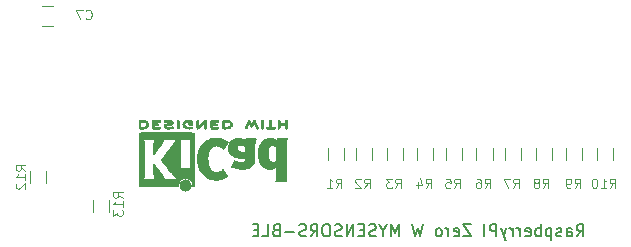
<source format=gbo>
%TF.GenerationSoftware,KiCad,Pcbnew,no-vcs-found-47f37ef~60~ubuntu16.04.1*%
%TF.CreationDate,2017-10-11T15:33:38+03:00*%
%TF.ProjectId,rpi_zero,7270695F7A65726F2E6B696361645F70,rev?*%
%TF.SameCoordinates,Original*%
%TF.FileFunction,Legend,Bot*%
%TF.FilePolarity,Positive*%
%FSLAX46Y46*%
G04 Gerber Fmt 4.6, Leading zero omitted, Abs format (unit mm)*
G04 Created by KiCad (PCBNEW no-vcs-found-47f37ef~60~ubuntu16.04.1) date Wed Oct 11 15:33:38 2017*
%MOMM*%
%LPD*%
G01*
G04 APERTURE LIST*
%ADD10C,0.150000*%
%ADD11C,0.010000*%
%ADD12C,0.120000*%
%ADD13O,1.200000X2.200000*%
%ADD14C,3.200000*%
%ADD15O,1.700000X1.700000*%
%ADD16R,1.700000X1.700000*%
%ADD17R,0.900000X1.200000*%
%ADD18R,1.500000X1.250000*%
%ADD19R,0.900000X1.500000*%
%ADD20O,0.900000X1.500000*%
%ADD21R,1.350000X1.350000*%
G04 APERTURE END LIST*
D10*
X166816641Y-105211800D02*
X167149975Y-104735610D01*
X167388070Y-105211800D02*
X167388070Y-104211800D01*
X167007118Y-104211800D01*
X166911880Y-104259420D01*
X166864260Y-104307039D01*
X166816641Y-104402277D01*
X166816641Y-104545134D01*
X166864260Y-104640372D01*
X166911880Y-104687991D01*
X167007118Y-104735610D01*
X167388070Y-104735610D01*
X165959499Y-105211800D02*
X165959499Y-104687991D01*
X166007118Y-104592753D01*
X166102356Y-104545134D01*
X166292832Y-104545134D01*
X166388070Y-104592753D01*
X165959499Y-105164181D02*
X166054737Y-105211800D01*
X166292832Y-105211800D01*
X166388070Y-105164181D01*
X166435689Y-105068943D01*
X166435689Y-104973705D01*
X166388070Y-104878467D01*
X166292832Y-104830848D01*
X166054737Y-104830848D01*
X165959499Y-104783229D01*
X165530927Y-105164181D02*
X165435689Y-105211800D01*
X165245213Y-105211800D01*
X165149975Y-105164181D01*
X165102356Y-105068943D01*
X165102356Y-105021324D01*
X165149975Y-104926086D01*
X165245213Y-104878467D01*
X165388070Y-104878467D01*
X165483308Y-104830848D01*
X165530927Y-104735610D01*
X165530927Y-104687991D01*
X165483308Y-104592753D01*
X165388070Y-104545134D01*
X165245213Y-104545134D01*
X165149975Y-104592753D01*
X164673784Y-104545134D02*
X164673784Y-105545134D01*
X164673784Y-104592753D02*
X164578546Y-104545134D01*
X164388070Y-104545134D01*
X164292832Y-104592753D01*
X164245213Y-104640372D01*
X164197594Y-104735610D01*
X164197594Y-105021324D01*
X164245213Y-105116562D01*
X164292832Y-105164181D01*
X164388070Y-105211800D01*
X164578546Y-105211800D01*
X164673784Y-105164181D01*
X163769022Y-105211800D02*
X163769022Y-104211800D01*
X163769022Y-104592753D02*
X163673784Y-104545134D01*
X163483308Y-104545134D01*
X163388070Y-104592753D01*
X163340451Y-104640372D01*
X163292832Y-104735610D01*
X163292832Y-105021324D01*
X163340451Y-105116562D01*
X163388070Y-105164181D01*
X163483308Y-105211800D01*
X163673784Y-105211800D01*
X163769022Y-105164181D01*
X162483308Y-105164181D02*
X162578546Y-105211800D01*
X162769022Y-105211800D01*
X162864260Y-105164181D01*
X162911880Y-105068943D01*
X162911880Y-104687991D01*
X162864260Y-104592753D01*
X162769022Y-104545134D01*
X162578546Y-104545134D01*
X162483308Y-104592753D01*
X162435689Y-104687991D01*
X162435689Y-104783229D01*
X162911880Y-104878467D01*
X162007118Y-105211800D02*
X162007118Y-104545134D01*
X162007118Y-104735610D02*
X161959499Y-104640372D01*
X161911880Y-104592753D01*
X161816641Y-104545134D01*
X161721403Y-104545134D01*
X161388070Y-105211800D02*
X161388070Y-104545134D01*
X161388070Y-104735610D02*
X161340451Y-104640372D01*
X161292832Y-104592753D01*
X161197594Y-104545134D01*
X161102356Y-104545134D01*
X160864260Y-104545134D02*
X160626165Y-105211800D01*
X160388070Y-104545134D02*
X160626165Y-105211800D01*
X160721403Y-105449896D01*
X160769022Y-105497515D01*
X160864260Y-105545134D01*
X160007118Y-105211800D02*
X160007118Y-104211800D01*
X159626165Y-104211800D01*
X159530927Y-104259420D01*
X159483308Y-104307039D01*
X159435689Y-104402277D01*
X159435689Y-104545134D01*
X159483308Y-104640372D01*
X159530927Y-104687991D01*
X159626165Y-104735610D01*
X160007118Y-104735610D01*
X159007118Y-105211800D02*
X159007118Y-104211800D01*
X157864260Y-104211800D02*
X157197594Y-104211800D01*
X157864260Y-105211800D01*
X157197594Y-105211800D01*
X156435689Y-105164181D02*
X156530927Y-105211800D01*
X156721403Y-105211800D01*
X156816641Y-105164181D01*
X156864260Y-105068943D01*
X156864260Y-104687991D01*
X156816641Y-104592753D01*
X156721403Y-104545134D01*
X156530927Y-104545134D01*
X156435689Y-104592753D01*
X156388070Y-104687991D01*
X156388070Y-104783229D01*
X156864260Y-104878467D01*
X155959499Y-105211800D02*
X155959499Y-104545134D01*
X155959499Y-104735610D02*
X155911880Y-104640372D01*
X155864260Y-104592753D01*
X155769022Y-104545134D01*
X155673784Y-104545134D01*
X155197594Y-105211800D02*
X155292832Y-105164181D01*
X155340451Y-105116562D01*
X155388070Y-105021324D01*
X155388070Y-104735610D01*
X155340451Y-104640372D01*
X155292832Y-104592753D01*
X155197594Y-104545134D01*
X155054737Y-104545134D01*
X154959499Y-104592753D01*
X154911880Y-104640372D01*
X154864260Y-104735610D01*
X154864260Y-105021324D01*
X154911880Y-105116562D01*
X154959499Y-105164181D01*
X155054737Y-105211800D01*
X155197594Y-105211800D01*
X153769022Y-104211800D02*
X153530927Y-105211800D01*
X153340451Y-104497515D01*
X153149975Y-105211800D01*
X152911880Y-104211800D01*
X151769022Y-105211800D02*
X151769022Y-104211800D01*
X151435689Y-104926086D01*
X151102356Y-104211800D01*
X151102356Y-105211800D01*
X150435689Y-104735610D02*
X150435689Y-105211800D01*
X150769022Y-104211800D02*
X150435689Y-104735610D01*
X150102356Y-104211800D01*
X149816641Y-105164181D02*
X149673784Y-105211800D01*
X149435689Y-105211800D01*
X149340451Y-105164181D01*
X149292832Y-105116562D01*
X149245213Y-105021324D01*
X149245213Y-104926086D01*
X149292832Y-104830848D01*
X149340451Y-104783229D01*
X149435689Y-104735610D01*
X149626165Y-104687991D01*
X149721403Y-104640372D01*
X149769022Y-104592753D01*
X149816641Y-104497515D01*
X149816641Y-104402277D01*
X149769022Y-104307039D01*
X149721403Y-104259420D01*
X149626165Y-104211800D01*
X149388070Y-104211800D01*
X149245213Y-104259420D01*
X148816641Y-104687991D02*
X148483308Y-104687991D01*
X148340451Y-105211800D02*
X148816641Y-105211800D01*
X148816641Y-104211800D01*
X148340451Y-104211800D01*
X147911880Y-105211800D02*
X147911880Y-104211800D01*
X147340451Y-105211800D01*
X147340451Y-104211800D01*
X146911880Y-105164181D02*
X146769022Y-105211800D01*
X146530927Y-105211800D01*
X146435689Y-105164181D01*
X146388070Y-105116562D01*
X146340451Y-105021324D01*
X146340451Y-104926086D01*
X146388070Y-104830848D01*
X146435689Y-104783229D01*
X146530927Y-104735610D01*
X146721403Y-104687991D01*
X146816641Y-104640372D01*
X146864260Y-104592753D01*
X146911880Y-104497515D01*
X146911880Y-104402277D01*
X146864260Y-104307039D01*
X146816641Y-104259420D01*
X146721403Y-104211800D01*
X146483308Y-104211800D01*
X146340451Y-104259420D01*
X145721403Y-104211800D02*
X145530927Y-104211800D01*
X145435689Y-104259420D01*
X145340451Y-104354658D01*
X145292832Y-104545134D01*
X145292832Y-104878467D01*
X145340451Y-105068943D01*
X145435689Y-105164181D01*
X145530927Y-105211800D01*
X145721403Y-105211800D01*
X145816641Y-105164181D01*
X145911880Y-105068943D01*
X145959499Y-104878467D01*
X145959499Y-104545134D01*
X145911880Y-104354658D01*
X145816641Y-104259420D01*
X145721403Y-104211800D01*
X144292832Y-105211800D02*
X144626165Y-104735610D01*
X144864260Y-105211800D02*
X144864260Y-104211800D01*
X144483308Y-104211800D01*
X144388070Y-104259420D01*
X144340451Y-104307039D01*
X144292832Y-104402277D01*
X144292832Y-104545134D01*
X144340451Y-104640372D01*
X144388070Y-104687991D01*
X144483308Y-104735610D01*
X144864260Y-104735610D01*
X143911880Y-105164181D02*
X143769022Y-105211800D01*
X143530927Y-105211800D01*
X143435689Y-105164181D01*
X143388070Y-105116562D01*
X143340451Y-105021324D01*
X143340451Y-104926086D01*
X143388070Y-104830848D01*
X143435689Y-104783229D01*
X143530927Y-104735610D01*
X143721403Y-104687991D01*
X143816641Y-104640372D01*
X143864260Y-104592753D01*
X143911880Y-104497515D01*
X143911880Y-104402277D01*
X143864260Y-104307039D01*
X143816641Y-104259420D01*
X143721403Y-104211800D01*
X143483308Y-104211800D01*
X143340451Y-104259420D01*
X142911880Y-104830848D02*
X142149975Y-104830848D01*
X141340451Y-104687991D02*
X141197594Y-104735610D01*
X141149975Y-104783229D01*
X141102356Y-104878467D01*
X141102356Y-105021324D01*
X141149975Y-105116562D01*
X141197594Y-105164181D01*
X141292832Y-105211800D01*
X141673784Y-105211800D01*
X141673784Y-104211800D01*
X141340451Y-104211800D01*
X141245213Y-104259420D01*
X141197594Y-104307039D01*
X141149975Y-104402277D01*
X141149975Y-104497515D01*
X141197594Y-104592753D01*
X141245213Y-104640372D01*
X141340451Y-104687991D01*
X141673784Y-104687991D01*
X140197594Y-105211800D02*
X140673784Y-105211800D01*
X140673784Y-104211800D01*
X139864260Y-104687991D02*
X139530927Y-104687991D01*
X139388070Y-105211800D02*
X139864260Y-105211800D01*
X139864260Y-104211800D01*
X139388070Y-104211800D01*
D11*
G36*
X129890509Y-96090354D02*
X129929991Y-96089953D01*
X130045680Y-96087161D01*
X130142569Y-96078870D01*
X130223961Y-96064188D01*
X130293157Y-96042227D01*
X130353460Y-96012098D01*
X130408172Y-95972910D01*
X130427713Y-95955888D01*
X130460130Y-95916057D01*
X130489360Y-95862007D01*
X130511889Y-95802097D01*
X130524201Y-95744681D01*
X130525480Y-95723464D01*
X130517463Y-95664651D01*
X130495981Y-95600407D01*
X130464881Y-95539599D01*
X130428014Y-95491090D01*
X130422026Y-95485238D01*
X130371301Y-95444099D01*
X130315755Y-95411985D01*
X130252184Y-95388055D01*
X130177386Y-95371467D01*
X130088158Y-95361379D01*
X129981298Y-95356951D01*
X129932352Y-95356575D01*
X129870118Y-95356875D01*
X129826352Y-95358128D01*
X129796949Y-95360866D01*
X129777801Y-95365619D01*
X129764803Y-95372919D01*
X129757835Y-95379153D01*
X129751254Y-95386726D01*
X129746092Y-95396496D01*
X129742177Y-95411080D01*
X129739337Y-95433094D01*
X129737400Y-95465156D01*
X129736196Y-95509884D01*
X129735552Y-95569894D01*
X129735297Y-95647803D01*
X129735258Y-95723464D01*
X129735010Y-95824379D01*
X129735063Y-95904993D01*
X129736023Y-95943598D01*
X129882013Y-95943598D01*
X129882013Y-95503331D01*
X129975146Y-95503416D01*
X130031187Y-95505024D01*
X130089881Y-95509164D01*
X130138852Y-95514956D01*
X130140342Y-95515194D01*
X130219488Y-95534330D01*
X130280878Y-95564133D01*
X130327575Y-95606542D01*
X130357245Y-95652459D01*
X130375527Y-95703394D01*
X130374109Y-95751220D01*
X130352892Y-95802487D01*
X130311391Y-95855521D01*
X130253882Y-95894820D01*
X130179130Y-95921089D01*
X130129172Y-95930385D01*
X130072464Y-95936913D01*
X130012361Y-95941638D01*
X129961241Y-95943603D01*
X129958213Y-95943612D01*
X129882013Y-95943598D01*
X129736023Y-95943598D01*
X129736620Y-95967569D01*
X129740882Y-96014365D01*
X129749050Y-96047642D01*
X129762324Y-96069661D01*
X129781906Y-96082681D01*
X129808997Y-96088963D01*
X129844798Y-96090767D01*
X129890509Y-96090354D01*
X129890509Y-96090354D01*
G37*
X129890509Y-96090354D02*
X129929991Y-96089953D01*
X130045680Y-96087161D01*
X130142569Y-96078870D01*
X130223961Y-96064188D01*
X130293157Y-96042227D01*
X130353460Y-96012098D01*
X130408172Y-95972910D01*
X130427713Y-95955888D01*
X130460130Y-95916057D01*
X130489360Y-95862007D01*
X130511889Y-95802097D01*
X130524201Y-95744681D01*
X130525480Y-95723464D01*
X130517463Y-95664651D01*
X130495981Y-95600407D01*
X130464881Y-95539599D01*
X130428014Y-95491090D01*
X130422026Y-95485238D01*
X130371301Y-95444099D01*
X130315755Y-95411985D01*
X130252184Y-95388055D01*
X130177386Y-95371467D01*
X130088158Y-95361379D01*
X129981298Y-95356951D01*
X129932352Y-95356575D01*
X129870118Y-95356875D01*
X129826352Y-95358128D01*
X129796949Y-95360866D01*
X129777801Y-95365619D01*
X129764803Y-95372919D01*
X129757835Y-95379153D01*
X129751254Y-95386726D01*
X129746092Y-95396496D01*
X129742177Y-95411080D01*
X129739337Y-95433094D01*
X129737400Y-95465156D01*
X129736196Y-95509884D01*
X129735552Y-95569894D01*
X129735297Y-95647803D01*
X129735258Y-95723464D01*
X129735010Y-95824379D01*
X129735063Y-95904993D01*
X129736023Y-95943598D01*
X129882013Y-95943598D01*
X129882013Y-95503331D01*
X129975146Y-95503416D01*
X130031187Y-95505024D01*
X130089881Y-95509164D01*
X130138852Y-95514956D01*
X130140342Y-95515194D01*
X130219488Y-95534330D01*
X130280878Y-95564133D01*
X130327575Y-95606542D01*
X130357245Y-95652459D01*
X130375527Y-95703394D01*
X130374109Y-95751220D01*
X130352892Y-95802487D01*
X130311391Y-95855521D01*
X130253882Y-95894820D01*
X130179130Y-95921089D01*
X130129172Y-95930385D01*
X130072464Y-95936913D01*
X130012361Y-95941638D01*
X129961241Y-95943603D01*
X129958213Y-95943612D01*
X129882013Y-95943598D01*
X129736023Y-95943598D01*
X129736620Y-95967569D01*
X129740882Y-96014365D01*
X129749050Y-96047642D01*
X129762324Y-96069661D01*
X129781906Y-96082681D01*
X129808997Y-96088963D01*
X129844798Y-96090767D01*
X129890509Y-96090354D01*
G36*
X131299086Y-96090274D02*
X131368494Y-96089902D01*
X131420883Y-96089035D01*
X131459033Y-96087474D01*
X131485721Y-96085017D01*
X131503727Y-96081463D01*
X131515831Y-96076610D01*
X131524811Y-96070259D01*
X131528062Y-96067336D01*
X131547837Y-96036278D01*
X131551398Y-96000592D01*
X131538389Y-95968910D01*
X131532374Y-95962507D01*
X131522645Y-95956299D01*
X131506979Y-95951510D01*
X131482472Y-95947906D01*
X131446219Y-95945256D01*
X131395315Y-95943325D01*
X131326854Y-95941881D01*
X131264263Y-95941002D01*
X131016546Y-95937953D01*
X131013161Y-95873042D01*
X131009775Y-95808131D01*
X131177922Y-95808131D01*
X131250921Y-95807501D01*
X131304363Y-95804867D01*
X131341252Y-95799111D01*
X131364592Y-95789116D01*
X131377386Y-95773764D01*
X131382638Y-95751938D01*
X131383435Y-95731682D01*
X131380957Y-95706828D01*
X131371603Y-95688514D01*
X131352497Y-95675783D01*
X131320762Y-95667679D01*
X131273521Y-95663244D01*
X131207897Y-95661521D01*
X131172079Y-95661375D01*
X131010902Y-95661375D01*
X131010902Y-95503331D01*
X131259258Y-95503331D01*
X131340667Y-95503218D01*
X131402538Y-95502708D01*
X131447912Y-95501550D01*
X131479826Y-95499490D01*
X131501321Y-95496274D01*
X131515437Y-95491648D01*
X131525212Y-95485361D01*
X131530191Y-95480753D01*
X131547270Y-95453860D01*
X131552769Y-95429953D01*
X131544917Y-95400753D01*
X131530191Y-95379153D01*
X131522334Y-95372354D01*
X131512192Y-95367074D01*
X131497036Y-95363122D01*
X131474139Y-95360307D01*
X131440771Y-95358438D01*
X131394205Y-95357322D01*
X131331713Y-95356769D01*
X131250566Y-95356587D01*
X131208458Y-95356575D01*
X131118282Y-95356655D01*
X131047956Y-95357022D01*
X130994751Y-95357868D01*
X130955940Y-95359384D01*
X130928793Y-95361761D01*
X130910582Y-95365191D01*
X130898580Y-95369866D01*
X130890058Y-95375976D01*
X130886724Y-95379153D01*
X130880125Y-95386750D01*
X130874953Y-95396550D01*
X130871034Y-95411181D01*
X130868196Y-95433268D01*
X130866265Y-95465438D01*
X130865068Y-95510317D01*
X130864432Y-95570531D01*
X130864183Y-95648707D01*
X130864146Y-95721497D01*
X130864180Y-95814713D01*
X130864415Y-95887989D01*
X130865050Y-95943962D01*
X130866286Y-95985269D01*
X130868324Y-96014548D01*
X130871363Y-96034436D01*
X130875603Y-96047570D01*
X130881245Y-96056588D01*
X130888489Y-96064127D01*
X130890274Y-96065808D01*
X130898935Y-96073248D01*
X130908998Y-96079011D01*
X130923255Y-96083308D01*
X130944497Y-96086356D01*
X130975516Y-96088369D01*
X131019103Y-96089560D01*
X131078049Y-96090145D01*
X131155146Y-96090337D01*
X131209879Y-96090353D01*
X131299086Y-96090274D01*
X131299086Y-96090274D01*
G37*
X131299086Y-96090274D02*
X131368494Y-96089902D01*
X131420883Y-96089035D01*
X131459033Y-96087474D01*
X131485721Y-96085017D01*
X131503727Y-96081463D01*
X131515831Y-96076610D01*
X131524811Y-96070259D01*
X131528062Y-96067336D01*
X131547837Y-96036278D01*
X131551398Y-96000592D01*
X131538389Y-95968910D01*
X131532374Y-95962507D01*
X131522645Y-95956299D01*
X131506979Y-95951510D01*
X131482472Y-95947906D01*
X131446219Y-95945256D01*
X131395315Y-95943325D01*
X131326854Y-95941881D01*
X131264263Y-95941002D01*
X131016546Y-95937953D01*
X131013161Y-95873042D01*
X131009775Y-95808131D01*
X131177922Y-95808131D01*
X131250921Y-95807501D01*
X131304363Y-95804867D01*
X131341252Y-95799111D01*
X131364592Y-95789116D01*
X131377386Y-95773764D01*
X131382638Y-95751938D01*
X131383435Y-95731682D01*
X131380957Y-95706828D01*
X131371603Y-95688514D01*
X131352497Y-95675783D01*
X131320762Y-95667679D01*
X131273521Y-95663244D01*
X131207897Y-95661521D01*
X131172079Y-95661375D01*
X131010902Y-95661375D01*
X131010902Y-95503331D01*
X131259258Y-95503331D01*
X131340667Y-95503218D01*
X131402538Y-95502708D01*
X131447912Y-95501550D01*
X131479826Y-95499490D01*
X131501321Y-95496274D01*
X131515437Y-95491648D01*
X131525212Y-95485361D01*
X131530191Y-95480753D01*
X131547270Y-95453860D01*
X131552769Y-95429953D01*
X131544917Y-95400753D01*
X131530191Y-95379153D01*
X131522334Y-95372354D01*
X131512192Y-95367074D01*
X131497036Y-95363122D01*
X131474139Y-95360307D01*
X131440771Y-95358438D01*
X131394205Y-95357322D01*
X131331713Y-95356769D01*
X131250566Y-95356587D01*
X131208458Y-95356575D01*
X131118282Y-95356655D01*
X131047956Y-95357022D01*
X130994751Y-95357868D01*
X130955940Y-95359384D01*
X130928793Y-95361761D01*
X130910582Y-95365191D01*
X130898580Y-95369866D01*
X130890058Y-95375976D01*
X130886724Y-95379153D01*
X130880125Y-95386750D01*
X130874953Y-95396550D01*
X130871034Y-95411181D01*
X130868196Y-95433268D01*
X130866265Y-95465438D01*
X130865068Y-95510317D01*
X130864432Y-95570531D01*
X130864183Y-95648707D01*
X130864146Y-95721497D01*
X130864180Y-95814713D01*
X130864415Y-95887989D01*
X130865050Y-95943962D01*
X130866286Y-95985269D01*
X130868324Y-96014548D01*
X130871363Y-96034436D01*
X130875603Y-96047570D01*
X130881245Y-96056588D01*
X130888489Y-96064127D01*
X130890274Y-96065808D01*
X130898935Y-96073248D01*
X130908998Y-96079011D01*
X130923255Y-96083308D01*
X130944497Y-96086356D01*
X130975516Y-96088369D01*
X131019103Y-96089560D01*
X131078049Y-96090145D01*
X131155146Y-96090337D01*
X131209879Y-96090353D01*
X131299086Y-96090274D01*
G36*
X132320177Y-96089069D02*
X132394992Y-96083839D01*
X132464574Y-96075670D01*
X132524878Y-96064870D01*
X132571860Y-96051747D01*
X132601474Y-96036607D01*
X132606020Y-96032151D01*
X132621826Y-95997570D01*
X132617033Y-95962069D01*
X132592516Y-95931695D01*
X132591346Y-95930824D01*
X132576926Y-95921466D01*
X132561872Y-95916544D01*
X132540875Y-95915947D01*
X132508623Y-95919559D01*
X132459807Y-95927266D01*
X132455880Y-95927915D01*
X132383141Y-95936851D01*
X132304663Y-95941259D01*
X132225953Y-95941301D01*
X132152519Y-95937141D01*
X132089869Y-95928941D01*
X132043510Y-95916863D01*
X132040464Y-95915649D01*
X132006832Y-95896805D01*
X131995016Y-95877735D01*
X132004266Y-95858981D01*
X132033833Y-95841083D01*
X132082969Y-95824583D01*
X132150923Y-95810024D01*
X132196235Y-95803014D01*
X132290424Y-95789531D01*
X132365336Y-95777206D01*
X132424163Y-95764971D01*
X132470095Y-95751759D01*
X132506325Y-95736503D01*
X132536042Y-95718135D01*
X132562438Y-95695589D01*
X132583650Y-95673449D01*
X132608815Y-95642601D01*
X132621199Y-95616075D01*
X132625072Y-95583394D01*
X132625213Y-95571425D01*
X132622304Y-95531708D01*
X132610678Y-95502161D01*
X132590557Y-95475934D01*
X132549664Y-95435844D01*
X132504063Y-95405271D01*
X132450367Y-95383217D01*
X132385188Y-95368685D01*
X132305136Y-95360679D01*
X132206823Y-95358202D01*
X132190591Y-95358243D01*
X132125031Y-95359602D01*
X132060014Y-95362690D01*
X132002628Y-95367064D01*
X131959958Y-95372280D01*
X131956508Y-95372879D01*
X131914084Y-95382929D01*
X131878100Y-95395624D01*
X131857730Y-95407230D01*
X131838773Y-95437848D01*
X131837453Y-95473502D01*
X131853795Y-95505276D01*
X131857451Y-95508869D01*
X131872565Y-95519544D01*
X131891465Y-95524144D01*
X131920718Y-95523361D01*
X131956229Y-95519293D01*
X131995910Y-95515658D01*
X132051535Y-95512592D01*
X132116474Y-95510367D01*
X132184095Y-95509256D01*
X132201880Y-95509183D01*
X132269752Y-95509456D01*
X132319426Y-95510774D01*
X132355270Y-95513593D01*
X132381656Y-95518370D01*
X132402954Y-95525563D01*
X132415754Y-95531553D01*
X132443880Y-95548187D01*
X132461812Y-95563252D01*
X132464433Y-95567523D01*
X132458904Y-95585157D01*
X132432620Y-95602228D01*
X132387402Y-95617962D01*
X132325072Y-95631582D01*
X132306709Y-95634616D01*
X132210790Y-95649682D01*
X132134239Y-95662274D01*
X132074100Y-95673309D01*
X132027420Y-95683700D01*
X131991243Y-95694364D01*
X131962615Y-95706215D01*
X131938582Y-95720169D01*
X131916188Y-95737139D01*
X131892478Y-95758042D01*
X131884500Y-95765371D01*
X131856527Y-95792721D01*
X131841720Y-95814391D01*
X131835928Y-95839188D01*
X131834991Y-95870437D01*
X131845305Y-95931715D01*
X131876128Y-95983780D01*
X131927285Y-96026462D01*
X131998597Y-96059595D01*
X132049480Y-96074456D01*
X132104780Y-96084054D01*
X132171027Y-96089484D01*
X132244174Y-96091053D01*
X132320177Y-96089069D01*
X132320177Y-96089069D01*
G37*
X132320177Y-96089069D02*
X132394992Y-96083839D01*
X132464574Y-96075670D01*
X132524878Y-96064870D01*
X132571860Y-96051747D01*
X132601474Y-96036607D01*
X132606020Y-96032151D01*
X132621826Y-95997570D01*
X132617033Y-95962069D01*
X132592516Y-95931695D01*
X132591346Y-95930824D01*
X132576926Y-95921466D01*
X132561872Y-95916544D01*
X132540875Y-95915947D01*
X132508623Y-95919559D01*
X132459807Y-95927266D01*
X132455880Y-95927915D01*
X132383141Y-95936851D01*
X132304663Y-95941259D01*
X132225953Y-95941301D01*
X132152519Y-95937141D01*
X132089869Y-95928941D01*
X132043510Y-95916863D01*
X132040464Y-95915649D01*
X132006832Y-95896805D01*
X131995016Y-95877735D01*
X132004266Y-95858981D01*
X132033833Y-95841083D01*
X132082969Y-95824583D01*
X132150923Y-95810024D01*
X132196235Y-95803014D01*
X132290424Y-95789531D01*
X132365336Y-95777206D01*
X132424163Y-95764971D01*
X132470095Y-95751759D01*
X132506325Y-95736503D01*
X132536042Y-95718135D01*
X132562438Y-95695589D01*
X132583650Y-95673449D01*
X132608815Y-95642601D01*
X132621199Y-95616075D01*
X132625072Y-95583394D01*
X132625213Y-95571425D01*
X132622304Y-95531708D01*
X132610678Y-95502161D01*
X132590557Y-95475934D01*
X132549664Y-95435844D01*
X132504063Y-95405271D01*
X132450367Y-95383217D01*
X132385188Y-95368685D01*
X132305136Y-95360679D01*
X132206823Y-95358202D01*
X132190591Y-95358243D01*
X132125031Y-95359602D01*
X132060014Y-95362690D01*
X132002628Y-95367064D01*
X131959958Y-95372280D01*
X131956508Y-95372879D01*
X131914084Y-95382929D01*
X131878100Y-95395624D01*
X131857730Y-95407230D01*
X131838773Y-95437848D01*
X131837453Y-95473502D01*
X131853795Y-95505276D01*
X131857451Y-95508869D01*
X131872565Y-95519544D01*
X131891465Y-95524144D01*
X131920718Y-95523361D01*
X131956229Y-95519293D01*
X131995910Y-95515658D01*
X132051535Y-95512592D01*
X132116474Y-95510367D01*
X132184095Y-95509256D01*
X132201880Y-95509183D01*
X132269752Y-95509456D01*
X132319426Y-95510774D01*
X132355270Y-95513593D01*
X132381656Y-95518370D01*
X132402954Y-95525563D01*
X132415754Y-95531553D01*
X132443880Y-95548187D01*
X132461812Y-95563252D01*
X132464433Y-95567523D01*
X132458904Y-95585157D01*
X132432620Y-95602228D01*
X132387402Y-95617962D01*
X132325072Y-95631582D01*
X132306709Y-95634616D01*
X132210790Y-95649682D01*
X132134239Y-95662274D01*
X132074100Y-95673309D01*
X132027420Y-95683700D01*
X131991243Y-95694364D01*
X131962615Y-95706215D01*
X131938582Y-95720169D01*
X131916188Y-95737139D01*
X131892478Y-95758042D01*
X131884500Y-95765371D01*
X131856527Y-95792721D01*
X131841720Y-95814391D01*
X131835928Y-95839188D01*
X131834991Y-95870437D01*
X131845305Y-95931715D01*
X131876128Y-95983780D01*
X131927285Y-96026462D01*
X131998597Y-96059595D01*
X132049480Y-96074456D01*
X132104780Y-96084054D01*
X132171027Y-96089484D01*
X132244174Y-96091053D01*
X132320177Y-96089069D01*
G36*
X133088058Y-96067775D02*
X133094638Y-96060202D01*
X133099801Y-96050433D01*
X133103716Y-96035849D01*
X133106556Y-96013835D01*
X133108493Y-95981772D01*
X133109697Y-95937045D01*
X133110341Y-95877035D01*
X133110596Y-95799126D01*
X133110635Y-95723464D01*
X133110566Y-95629618D01*
X133110242Y-95555731D01*
X133109494Y-95499188D01*
X133108148Y-95457371D01*
X133106034Y-95427663D01*
X133102980Y-95407447D01*
X133098814Y-95394106D01*
X133093364Y-95385022D01*
X133088058Y-95379153D01*
X133055054Y-95359473D01*
X133019889Y-95361239D01*
X132988425Y-95382703D01*
X132981196Y-95391083D01*
X132975546Y-95400806D01*
X132971281Y-95414559D01*
X132968207Y-95435031D01*
X132966128Y-95464908D01*
X132964850Y-95506879D01*
X132964179Y-95563631D01*
X132963921Y-95637853D01*
X132963880Y-95721883D01*
X132963880Y-96034935D01*
X132991589Y-96062644D01*
X133025743Y-96085957D01*
X133058874Y-96086797D01*
X133088058Y-96067775D01*
X133088058Y-96067775D01*
G37*
X133088058Y-96067775D02*
X133094638Y-96060202D01*
X133099801Y-96050433D01*
X133103716Y-96035849D01*
X133106556Y-96013835D01*
X133108493Y-95981772D01*
X133109697Y-95937045D01*
X133110341Y-95877035D01*
X133110596Y-95799126D01*
X133110635Y-95723464D01*
X133110566Y-95629618D01*
X133110242Y-95555731D01*
X133109494Y-95499188D01*
X133108148Y-95457371D01*
X133106034Y-95427663D01*
X133102980Y-95407447D01*
X133098814Y-95394106D01*
X133093364Y-95385022D01*
X133088058Y-95379153D01*
X133055054Y-95359473D01*
X133019889Y-95361239D01*
X132988425Y-95382703D01*
X132981196Y-95391083D01*
X132975546Y-95400806D01*
X132971281Y-95414559D01*
X132968207Y-95435031D01*
X132966128Y-95464908D01*
X132964850Y-95506879D01*
X132964179Y-95563631D01*
X132963921Y-95637853D01*
X132963880Y-95721883D01*
X132963880Y-96034935D01*
X132991589Y-96062644D01*
X133025743Y-96085957D01*
X133058874Y-96086797D01*
X133088058Y-96067775D01*
G36*
X134061799Y-96084821D02*
X134130315Y-96073325D01*
X134182937Y-96055453D01*
X134217172Y-96031921D01*
X134226501Y-96018496D01*
X134235987Y-95987272D01*
X134229603Y-95959025D01*
X134209450Y-95932238D01*
X134178135Y-95919707D01*
X134132697Y-95920724D01*
X134097554Y-95927514D01*
X134019461Y-95940449D01*
X133939654Y-95941678D01*
X133850325Y-95931179D01*
X133825651Y-95926730D01*
X133742589Y-95903312D01*
X133677607Y-95868475D01*
X133631419Y-95822816D01*
X133604735Y-95766926D01*
X133599217Y-95738032D01*
X133602829Y-95679408D01*
X133626151Y-95627541D01*
X133667056Y-95583442D01*
X133723421Y-95548121D01*
X133793120Y-95522591D01*
X133874028Y-95507861D01*
X133964020Y-95504942D01*
X134060970Y-95514845D01*
X134066444Y-95515779D01*
X134105005Y-95522961D01*
X134126386Y-95529899D01*
X134135653Y-95540193D01*
X134137874Y-95557444D01*
X134137924Y-95566579D01*
X134137924Y-95604931D01*
X134069449Y-95604931D01*
X134008980Y-95609073D01*
X133967715Y-95622273D01*
X133943705Y-95645690D01*
X133935003Y-95680484D01*
X133934897Y-95685026D01*
X133939988Y-95714766D01*
X133957447Y-95736001D01*
X133989941Y-95750054D01*
X134040137Y-95758247D01*
X134088757Y-95761259D01*
X134159424Y-95762987D01*
X134210682Y-95760350D01*
X134245641Y-95750620D01*
X134267410Y-95731067D01*
X134279100Y-95698964D01*
X134283820Y-95651582D01*
X134284680Y-95589349D01*
X134283271Y-95519885D01*
X134279032Y-95472634D01*
X134271944Y-95447408D01*
X134270569Y-95445432D01*
X134231652Y-95413912D01*
X134174594Y-95388950D01*
X134103011Y-95371080D01*
X134020522Y-95360834D01*
X133930741Y-95358747D01*
X133837288Y-95365352D01*
X133782324Y-95373464D01*
X133696114Y-95397866D01*
X133615988Y-95437758D01*
X133548903Y-95489533D01*
X133538707Y-95499881D01*
X133505578Y-95543385D01*
X133475686Y-95597302D01*
X133452523Y-95653828D01*
X133439582Y-95705161D01*
X133438022Y-95724876D01*
X133444662Y-95766001D01*
X133462312Y-95817168D01*
X133487583Y-95871026D01*
X133517091Y-95920225D01*
X133543161Y-95953086D01*
X133604115Y-96001968D01*
X133682911Y-96040875D01*
X133776723Y-96068926D01*
X133882730Y-96085241D01*
X133979880Y-96089228D01*
X134061799Y-96084821D01*
X134061799Y-96084821D01*
G37*
X134061799Y-96084821D02*
X134130315Y-96073325D01*
X134182937Y-96055453D01*
X134217172Y-96031921D01*
X134226501Y-96018496D01*
X134235987Y-95987272D01*
X134229603Y-95959025D01*
X134209450Y-95932238D01*
X134178135Y-95919707D01*
X134132697Y-95920724D01*
X134097554Y-95927514D01*
X134019461Y-95940449D01*
X133939654Y-95941678D01*
X133850325Y-95931179D01*
X133825651Y-95926730D01*
X133742589Y-95903312D01*
X133677607Y-95868475D01*
X133631419Y-95822816D01*
X133604735Y-95766926D01*
X133599217Y-95738032D01*
X133602829Y-95679408D01*
X133626151Y-95627541D01*
X133667056Y-95583442D01*
X133723421Y-95548121D01*
X133793120Y-95522591D01*
X133874028Y-95507861D01*
X133964020Y-95504942D01*
X134060970Y-95514845D01*
X134066444Y-95515779D01*
X134105005Y-95522961D01*
X134126386Y-95529899D01*
X134135653Y-95540193D01*
X134137874Y-95557444D01*
X134137924Y-95566579D01*
X134137924Y-95604931D01*
X134069449Y-95604931D01*
X134008980Y-95609073D01*
X133967715Y-95622273D01*
X133943705Y-95645690D01*
X133935003Y-95680484D01*
X133934897Y-95685026D01*
X133939988Y-95714766D01*
X133957447Y-95736001D01*
X133989941Y-95750054D01*
X134040137Y-95758247D01*
X134088757Y-95761259D01*
X134159424Y-95762987D01*
X134210682Y-95760350D01*
X134245641Y-95750620D01*
X134267410Y-95731067D01*
X134279100Y-95698964D01*
X134283820Y-95651582D01*
X134284680Y-95589349D01*
X134283271Y-95519885D01*
X134279032Y-95472634D01*
X134271944Y-95447408D01*
X134270569Y-95445432D01*
X134231652Y-95413912D01*
X134174594Y-95388950D01*
X134103011Y-95371080D01*
X134020522Y-95360834D01*
X133930741Y-95358747D01*
X133837288Y-95365352D01*
X133782324Y-95373464D01*
X133696114Y-95397866D01*
X133615988Y-95437758D01*
X133548903Y-95489533D01*
X133538707Y-95499881D01*
X133505578Y-95543385D01*
X133475686Y-95597302D01*
X133452523Y-95653828D01*
X133439582Y-95705161D01*
X133438022Y-95724876D01*
X133444662Y-95766001D01*
X133462312Y-95817168D01*
X133487583Y-95871026D01*
X133517091Y-95920225D01*
X133543161Y-95953086D01*
X133604115Y-96001968D01*
X133682911Y-96040875D01*
X133776723Y-96068926D01*
X133882730Y-96085241D01*
X133979880Y-96089228D01*
X134061799Y-96084821D01*
G36*
X134711766Y-96085972D02*
X134735332Y-96072147D01*
X134766145Y-96049539D01*
X134805802Y-96017082D01*
X134855900Y-95973712D01*
X134918037Y-95918362D01*
X134993808Y-95849969D01*
X135080546Y-95771336D01*
X135261169Y-95607542D01*
X135266813Y-95827391D01*
X135268851Y-95903069D01*
X135270817Y-95959426D01*
X135273146Y-95999714D01*
X135276274Y-96027185D01*
X135280635Y-96045091D01*
X135286664Y-96056683D01*
X135294796Y-96065212D01*
X135299108Y-96068797D01*
X135333639Y-96087750D01*
X135366497Y-96084979D01*
X135392562Y-96068787D01*
X135419213Y-96047221D01*
X135422528Y-95732269D01*
X135423445Y-95639641D01*
X135423912Y-95566876D01*
X135423767Y-95511259D01*
X135422848Y-95470078D01*
X135420993Y-95440617D01*
X135418041Y-95420165D01*
X135413830Y-95406007D01*
X135408198Y-95395429D01*
X135401953Y-95386946D01*
X135388441Y-95371213D01*
X135374997Y-95360784D01*
X135359756Y-95356781D01*
X135340854Y-95360326D01*
X135316425Y-95372541D01*
X135284607Y-95394549D01*
X135243532Y-95427471D01*
X135191338Y-95472429D01*
X135126158Y-95530545D01*
X135052324Y-95597321D01*
X134787035Y-95837962D01*
X134781391Y-95618831D01*
X134779349Y-95543292D01*
X134777378Y-95487066D01*
X134775041Y-95446896D01*
X134771899Y-95419524D01*
X134767516Y-95401692D01*
X134761456Y-95390141D01*
X134753280Y-95381613D01*
X134749096Y-95378138D01*
X134712115Y-95359048D01*
X134677172Y-95361927D01*
X134646744Y-95386320D01*
X134639783Y-95396134D01*
X134634357Y-95407594D01*
X134630277Y-95423452D01*
X134627351Y-95446457D01*
X134625388Y-95479358D01*
X134624197Y-95524904D01*
X134623588Y-95585847D01*
X134623369Y-95664934D01*
X134623346Y-95723464D01*
X134623420Y-95815013D01*
X134623767Y-95886733D01*
X134624579Y-95941375D01*
X134626047Y-95981688D01*
X134628361Y-96010422D01*
X134631713Y-96030327D01*
X134636292Y-96044152D01*
X134642291Y-96054648D01*
X134646744Y-96060609D01*
X134658030Y-96074729D01*
X134668579Y-96085391D01*
X134679987Y-96091528D01*
X134693850Y-96092077D01*
X134711766Y-96085972D01*
X134711766Y-96085972D01*
G37*
X134711766Y-96085972D02*
X134735332Y-96072147D01*
X134766145Y-96049539D01*
X134805802Y-96017082D01*
X134855900Y-95973712D01*
X134918037Y-95918362D01*
X134993808Y-95849969D01*
X135080546Y-95771336D01*
X135261169Y-95607542D01*
X135266813Y-95827391D01*
X135268851Y-95903069D01*
X135270817Y-95959426D01*
X135273146Y-95999714D01*
X135276274Y-96027185D01*
X135280635Y-96045091D01*
X135286664Y-96056683D01*
X135294796Y-96065212D01*
X135299108Y-96068797D01*
X135333639Y-96087750D01*
X135366497Y-96084979D01*
X135392562Y-96068787D01*
X135419213Y-96047221D01*
X135422528Y-95732269D01*
X135423445Y-95639641D01*
X135423912Y-95566876D01*
X135423767Y-95511259D01*
X135422848Y-95470078D01*
X135420993Y-95440617D01*
X135418041Y-95420165D01*
X135413830Y-95406007D01*
X135408198Y-95395429D01*
X135401953Y-95386946D01*
X135388441Y-95371213D01*
X135374997Y-95360784D01*
X135359756Y-95356781D01*
X135340854Y-95360326D01*
X135316425Y-95372541D01*
X135284607Y-95394549D01*
X135243532Y-95427471D01*
X135191338Y-95472429D01*
X135126158Y-95530545D01*
X135052324Y-95597321D01*
X134787035Y-95837962D01*
X134781391Y-95618831D01*
X134779349Y-95543292D01*
X134777378Y-95487066D01*
X134775041Y-95446896D01*
X134771899Y-95419524D01*
X134767516Y-95401692D01*
X134761456Y-95390141D01*
X134753280Y-95381613D01*
X134749096Y-95378138D01*
X134712115Y-95359048D01*
X134677172Y-95361927D01*
X134646744Y-95386320D01*
X134639783Y-95396134D01*
X134634357Y-95407594D01*
X134630277Y-95423452D01*
X134627351Y-95446457D01*
X134625388Y-95479358D01*
X134624197Y-95524904D01*
X134623588Y-95585847D01*
X134623369Y-95664934D01*
X134623346Y-95723464D01*
X134623420Y-95815013D01*
X134623767Y-95886733D01*
X134624579Y-95941375D01*
X134626047Y-95981688D01*
X134628361Y-96010422D01*
X134631713Y-96030327D01*
X134636292Y-96044152D01*
X134642291Y-96054648D01*
X134646744Y-96060609D01*
X134658030Y-96074729D01*
X134668579Y-96085391D01*
X134679987Y-96091528D01*
X134693850Y-96092077D01*
X134711766Y-96085972D01*
G36*
X136242223Y-96090160D02*
X136318581Y-96089246D01*
X136377097Y-96087109D01*
X136420135Y-96083245D01*
X136450063Y-96077153D01*
X136469248Y-96068330D01*
X136480056Y-96056274D01*
X136484853Y-96040481D01*
X136486007Y-96020450D01*
X136486013Y-96018085D01*
X136485011Y-95995428D01*
X136480276Y-95977917D01*
X136469213Y-95964846D01*
X136449228Y-95955507D01*
X136417726Y-95949193D01*
X136372112Y-95945198D01*
X136309793Y-95942814D01*
X136228173Y-95941334D01*
X136203157Y-95941006D01*
X135961080Y-95937953D01*
X135957694Y-95873042D01*
X135954309Y-95808131D01*
X136122456Y-95808131D01*
X136188146Y-95807889D01*
X136235052Y-95806864D01*
X136266963Y-95804609D01*
X136287671Y-95800678D01*
X136300964Y-95794622D01*
X136310635Y-95785996D01*
X136310697Y-95785927D01*
X136328236Y-95752308D01*
X136327602Y-95715972D01*
X136309194Y-95684997D01*
X136305551Y-95681813D01*
X136292621Y-95673608D01*
X136274904Y-95667899D01*
X136248450Y-95664258D01*
X136209312Y-95662253D01*
X136153542Y-95661456D01*
X136117874Y-95661375D01*
X135955435Y-95661375D01*
X135955435Y-95503331D01*
X136202041Y-95503331D01*
X136283460Y-95503189D01*
X136345290Y-95502606D01*
X136390517Y-95501352D01*
X136422128Y-95499193D01*
X136443111Y-95495897D01*
X136456453Y-95491231D01*
X136465141Y-95484963D01*
X136467330Y-95482687D01*
X136483494Y-95451140D01*
X136484677Y-95415252D01*
X136471416Y-95384135D01*
X136460923Y-95374149D01*
X136450009Y-95368651D01*
X136433097Y-95364398D01*
X136407513Y-95361240D01*
X136370581Y-95359028D01*
X136319626Y-95357614D01*
X136251974Y-95356848D01*
X136164949Y-95356582D01*
X136145274Y-95356575D01*
X136056791Y-95356633D01*
X135988107Y-95356953D01*
X135936444Y-95357753D01*
X135899025Y-95359253D01*
X135873070Y-95361671D01*
X135855802Y-95365226D01*
X135844442Y-95370138D01*
X135836212Y-95376625D01*
X135831697Y-95381282D01*
X135824901Y-95389531D01*
X135819592Y-95399751D01*
X135815586Y-95414620D01*
X135812701Y-95436818D01*
X135810754Y-95469027D01*
X135809561Y-95513924D01*
X135808941Y-95574192D01*
X135808709Y-95652509D01*
X135808680Y-95718426D01*
X135808751Y-95810792D01*
X135809088Y-95883303D01*
X135809878Y-95938683D01*
X135811306Y-95979655D01*
X135813559Y-96008942D01*
X135816823Y-96029267D01*
X135821284Y-96043354D01*
X135827128Y-96053925D01*
X135832077Y-96060609D01*
X135855474Y-96090353D01*
X136145654Y-96090353D01*
X136242223Y-96090160D01*
X136242223Y-96090160D01*
G37*
X136242223Y-96090160D02*
X136318581Y-96089246D01*
X136377097Y-96087109D01*
X136420135Y-96083245D01*
X136450063Y-96077153D01*
X136469248Y-96068330D01*
X136480056Y-96056274D01*
X136484853Y-96040481D01*
X136486007Y-96020450D01*
X136486013Y-96018085D01*
X136485011Y-95995428D01*
X136480276Y-95977917D01*
X136469213Y-95964846D01*
X136449228Y-95955507D01*
X136417726Y-95949193D01*
X136372112Y-95945198D01*
X136309793Y-95942814D01*
X136228173Y-95941334D01*
X136203157Y-95941006D01*
X135961080Y-95937953D01*
X135957694Y-95873042D01*
X135954309Y-95808131D01*
X136122456Y-95808131D01*
X136188146Y-95807889D01*
X136235052Y-95806864D01*
X136266963Y-95804609D01*
X136287671Y-95800678D01*
X136300964Y-95794622D01*
X136310635Y-95785996D01*
X136310697Y-95785927D01*
X136328236Y-95752308D01*
X136327602Y-95715972D01*
X136309194Y-95684997D01*
X136305551Y-95681813D01*
X136292621Y-95673608D01*
X136274904Y-95667899D01*
X136248450Y-95664258D01*
X136209312Y-95662253D01*
X136153542Y-95661456D01*
X136117874Y-95661375D01*
X135955435Y-95661375D01*
X135955435Y-95503331D01*
X136202041Y-95503331D01*
X136283460Y-95503189D01*
X136345290Y-95502606D01*
X136390517Y-95501352D01*
X136422128Y-95499193D01*
X136443111Y-95495897D01*
X136456453Y-95491231D01*
X136465141Y-95484963D01*
X136467330Y-95482687D01*
X136483494Y-95451140D01*
X136484677Y-95415252D01*
X136471416Y-95384135D01*
X136460923Y-95374149D01*
X136450009Y-95368651D01*
X136433097Y-95364398D01*
X136407513Y-95361240D01*
X136370581Y-95359028D01*
X136319626Y-95357614D01*
X136251974Y-95356848D01*
X136164949Y-95356582D01*
X136145274Y-95356575D01*
X136056791Y-95356633D01*
X135988107Y-95356953D01*
X135936444Y-95357753D01*
X135899025Y-95359253D01*
X135873070Y-95361671D01*
X135855802Y-95365226D01*
X135844442Y-95370138D01*
X135836212Y-95376625D01*
X135831697Y-95381282D01*
X135824901Y-95389531D01*
X135819592Y-95399751D01*
X135815586Y-95414620D01*
X135812701Y-95436818D01*
X135810754Y-95469027D01*
X135809561Y-95513924D01*
X135808941Y-95574192D01*
X135808709Y-95652509D01*
X135808680Y-95718426D01*
X135808751Y-95810792D01*
X135809088Y-95883303D01*
X135809878Y-95938683D01*
X135811306Y-95979655D01*
X135813559Y-96008942D01*
X135816823Y-96029267D01*
X135821284Y-96043354D01*
X135827128Y-96053925D01*
X135832077Y-96060609D01*
X135855474Y-96090353D01*
X136145654Y-96090353D01*
X136242223Y-96090160D01*
G36*
X137030189Y-96090145D02*
X137159168Y-96085784D01*
X137268871Y-96072559D01*
X137361106Y-96049679D01*
X137437682Y-96016350D01*
X137500407Y-95971782D01*
X137551092Y-95915184D01*
X137591543Y-95845762D01*
X137592339Y-95844069D01*
X137616481Y-95781937D01*
X137625083Y-95726911D01*
X137618111Y-95671533D01*
X137595534Y-95608347D01*
X137591252Y-95598731D01*
X137562052Y-95542454D01*
X137529236Y-95498969D01*
X137486882Y-95462003D01*
X137429070Y-95425285D01*
X137425711Y-95423368D01*
X137375384Y-95399193D01*
X137318501Y-95381138D01*
X137251407Y-95368581D01*
X137170445Y-95360898D01*
X137071962Y-95357467D01*
X137037166Y-95357169D01*
X136871474Y-95356575D01*
X136848077Y-95386320D01*
X136841137Y-95396101D01*
X136835722Y-95407523D01*
X136831645Y-95423325D01*
X136828717Y-95446245D01*
X136826747Y-95479024D01*
X136826105Y-95503331D01*
X136982724Y-95503331D01*
X137076606Y-95503331D01*
X137131544Y-95504937D01*
X137187940Y-95509165D01*
X137234225Y-95515128D01*
X137237019Y-95515630D01*
X137319228Y-95537684D01*
X137382994Y-95570820D01*
X137430332Y-95616573D01*
X137463262Y-95676481D01*
X137468988Y-95692359D01*
X137474601Y-95717087D01*
X137472171Y-95741518D01*
X137460347Y-95774020D01*
X137453220Y-95789986D01*
X137429880Y-95832414D01*
X137401760Y-95862180D01*
X137370820Y-95882909D01*
X137308846Y-95909883D01*
X137229531Y-95929422D01*
X137137133Y-95940674D01*
X137070213Y-95943150D01*
X136982724Y-95943598D01*
X136982724Y-95503331D01*
X136826105Y-95503331D01*
X136825548Y-95524399D01*
X136824930Y-95585109D01*
X136824705Y-95663894D01*
X136824680Y-95725500D01*
X136824680Y-96034935D01*
X136852389Y-96062644D01*
X136864686Y-96073876D01*
X136877983Y-96081567D01*
X136896552Y-96086380D01*
X136924666Y-96088974D01*
X136966597Y-96090010D01*
X137026617Y-96090150D01*
X137030189Y-96090145D01*
X137030189Y-96090145D01*
G37*
X137030189Y-96090145D02*
X137159168Y-96085784D01*
X137268871Y-96072559D01*
X137361106Y-96049679D01*
X137437682Y-96016350D01*
X137500407Y-95971782D01*
X137551092Y-95915184D01*
X137591543Y-95845762D01*
X137592339Y-95844069D01*
X137616481Y-95781937D01*
X137625083Y-95726911D01*
X137618111Y-95671533D01*
X137595534Y-95608347D01*
X137591252Y-95598731D01*
X137562052Y-95542454D01*
X137529236Y-95498969D01*
X137486882Y-95462003D01*
X137429070Y-95425285D01*
X137425711Y-95423368D01*
X137375384Y-95399193D01*
X137318501Y-95381138D01*
X137251407Y-95368581D01*
X137170445Y-95360898D01*
X137071962Y-95357467D01*
X137037166Y-95357169D01*
X136871474Y-95356575D01*
X136848077Y-95386320D01*
X136841137Y-95396101D01*
X136835722Y-95407523D01*
X136831645Y-95423325D01*
X136828717Y-95446245D01*
X136826747Y-95479024D01*
X136826105Y-95503331D01*
X136982724Y-95503331D01*
X137076606Y-95503331D01*
X137131544Y-95504937D01*
X137187940Y-95509165D01*
X137234225Y-95515128D01*
X137237019Y-95515630D01*
X137319228Y-95537684D01*
X137382994Y-95570820D01*
X137430332Y-95616573D01*
X137463262Y-95676481D01*
X137468988Y-95692359D01*
X137474601Y-95717087D01*
X137472171Y-95741518D01*
X137460347Y-95774020D01*
X137453220Y-95789986D01*
X137429880Y-95832414D01*
X137401760Y-95862180D01*
X137370820Y-95882909D01*
X137308846Y-95909883D01*
X137229531Y-95929422D01*
X137137133Y-95940674D01*
X137070213Y-95943150D01*
X136982724Y-95943598D01*
X136982724Y-95503331D01*
X136826105Y-95503331D01*
X136825548Y-95524399D01*
X136824930Y-95585109D01*
X136824705Y-95663894D01*
X136824680Y-95725500D01*
X136824680Y-96034935D01*
X136852389Y-96062644D01*
X136864686Y-96073876D01*
X136877983Y-96081567D01*
X136896552Y-96086380D01*
X136924666Y-96088974D01*
X136966597Y-96090010D01*
X137026617Y-96090150D01*
X137030189Y-96090145D01*
G36*
X139756545Y-96088386D02*
X139776135Y-96081385D01*
X139776890Y-96081043D01*
X139803493Y-96060742D01*
X139818150Y-96039859D01*
X139821018Y-96030068D01*
X139820876Y-96017059D01*
X139816841Y-95998525D01*
X139808026Y-95972163D01*
X139793549Y-95935668D01*
X139772525Y-95886733D01*
X139744068Y-95823055D01*
X139707295Y-95742327D01*
X139687055Y-95698204D01*
X139650505Y-95619435D01*
X139616195Y-95546997D01*
X139585432Y-95483540D01*
X139559528Y-95431712D01*
X139539790Y-95394161D01*
X139527530Y-95373536D01*
X139525104Y-95370687D01*
X139494063Y-95358118D01*
X139459001Y-95359801D01*
X139430880Y-95375088D01*
X139429734Y-95376331D01*
X139418548Y-95393266D01*
X139399784Y-95426250D01*
X139375755Y-95471040D01*
X139348777Y-95523388D01*
X139339081Y-95542678D01*
X139265894Y-95689270D01*
X139186120Y-95530027D01*
X139157647Y-95475005D01*
X139131230Y-95427288D01*
X139109028Y-95390527D01*
X139093199Y-95368376D01*
X139087834Y-95363679D01*
X139046137Y-95357318D01*
X139011729Y-95370687D01*
X139001608Y-95384974D01*
X138984094Y-95416728D01*
X138960615Y-95462823D01*
X138932600Y-95520135D01*
X138901479Y-95585540D01*
X138868679Y-95655913D01*
X138835630Y-95728129D01*
X138803761Y-95799065D01*
X138774499Y-95865595D01*
X138749275Y-95924594D01*
X138729516Y-95972939D01*
X138716652Y-96007505D01*
X138712111Y-96025167D01*
X138712157Y-96025807D01*
X138723206Y-96048032D01*
X138745290Y-96070667D01*
X138746590Y-96071652D01*
X138773733Y-96086995D01*
X138798838Y-96086846D01*
X138808248Y-96083954D01*
X138819714Y-96077702D01*
X138831890Y-96065406D01*
X138846237Y-96044512D01*
X138864216Y-96012471D01*
X138887287Y-95966732D01*
X138916910Y-95904743D01*
X138943625Y-95847522D01*
X138974360Y-95781194D01*
X139001901Y-95721546D01*
X139024818Y-95671695D01*
X139041678Y-95634756D01*
X139051053Y-95613847D01*
X139052420Y-95610575D01*
X139058569Y-95615923D01*
X139072702Y-95638311D01*
X139092937Y-95674474D01*
X139117395Y-95721143D01*
X139127128Y-95740398D01*
X139160097Y-95805416D01*
X139185523Y-95852766D01*
X139205492Y-95885201D01*
X139222090Y-95905474D01*
X139237404Y-95916338D01*
X139253520Y-95920545D01*
X139264023Y-95921020D01*
X139282550Y-95919378D01*
X139298784Y-95912589D01*
X139314915Y-95897854D01*
X139333131Y-95872376D01*
X139355619Y-95833359D01*
X139384569Y-95778006D01*
X139400542Y-95746517D01*
X139426450Y-95696333D01*
X139449047Y-95654716D01*
X139466338Y-95625178D01*
X139476330Y-95611231D01*
X139477689Y-95610650D01*
X139484141Y-95621627D01*
X139498588Y-95650130D01*
X139519583Y-95693176D01*
X139545677Y-95747782D01*
X139575426Y-95810966D01*
X139590060Y-95842349D01*
X139628130Y-95923342D01*
X139658785Y-95985664D01*
X139683617Y-96031349D01*
X139704217Y-96062431D01*
X139722178Y-96080942D01*
X139739090Y-96088916D01*
X139756545Y-96088386D01*
X139756545Y-96088386D01*
G37*
X139756545Y-96088386D02*
X139776135Y-96081385D01*
X139776890Y-96081043D01*
X139803493Y-96060742D01*
X139818150Y-96039859D01*
X139821018Y-96030068D01*
X139820876Y-96017059D01*
X139816841Y-95998525D01*
X139808026Y-95972163D01*
X139793549Y-95935668D01*
X139772525Y-95886733D01*
X139744068Y-95823055D01*
X139707295Y-95742327D01*
X139687055Y-95698204D01*
X139650505Y-95619435D01*
X139616195Y-95546997D01*
X139585432Y-95483540D01*
X139559528Y-95431712D01*
X139539790Y-95394161D01*
X139527530Y-95373536D01*
X139525104Y-95370687D01*
X139494063Y-95358118D01*
X139459001Y-95359801D01*
X139430880Y-95375088D01*
X139429734Y-95376331D01*
X139418548Y-95393266D01*
X139399784Y-95426250D01*
X139375755Y-95471040D01*
X139348777Y-95523388D01*
X139339081Y-95542678D01*
X139265894Y-95689270D01*
X139186120Y-95530027D01*
X139157647Y-95475005D01*
X139131230Y-95427288D01*
X139109028Y-95390527D01*
X139093199Y-95368376D01*
X139087834Y-95363679D01*
X139046137Y-95357318D01*
X139011729Y-95370687D01*
X139001608Y-95384974D01*
X138984094Y-95416728D01*
X138960615Y-95462823D01*
X138932600Y-95520135D01*
X138901479Y-95585540D01*
X138868679Y-95655913D01*
X138835630Y-95728129D01*
X138803761Y-95799065D01*
X138774499Y-95865595D01*
X138749275Y-95924594D01*
X138729516Y-95972939D01*
X138716652Y-96007505D01*
X138712111Y-96025167D01*
X138712157Y-96025807D01*
X138723206Y-96048032D01*
X138745290Y-96070667D01*
X138746590Y-96071652D01*
X138773733Y-96086995D01*
X138798838Y-96086846D01*
X138808248Y-96083954D01*
X138819714Y-96077702D01*
X138831890Y-96065406D01*
X138846237Y-96044512D01*
X138864216Y-96012471D01*
X138887287Y-95966732D01*
X138916910Y-95904743D01*
X138943625Y-95847522D01*
X138974360Y-95781194D01*
X139001901Y-95721546D01*
X139024818Y-95671695D01*
X139041678Y-95634756D01*
X139051053Y-95613847D01*
X139052420Y-95610575D01*
X139058569Y-95615923D01*
X139072702Y-95638311D01*
X139092937Y-95674474D01*
X139117395Y-95721143D01*
X139127128Y-95740398D01*
X139160097Y-95805416D01*
X139185523Y-95852766D01*
X139205492Y-95885201D01*
X139222090Y-95905474D01*
X139237404Y-95916338D01*
X139253520Y-95920545D01*
X139264023Y-95921020D01*
X139282550Y-95919378D01*
X139298784Y-95912589D01*
X139314915Y-95897854D01*
X139333131Y-95872376D01*
X139355619Y-95833359D01*
X139384569Y-95778006D01*
X139400542Y-95746517D01*
X139426450Y-95696333D01*
X139449047Y-95654716D01*
X139466338Y-95625178D01*
X139476330Y-95611231D01*
X139477689Y-95610650D01*
X139484141Y-95621627D01*
X139498588Y-95650130D01*
X139519583Y-95693176D01*
X139545677Y-95747782D01*
X139575426Y-95810966D01*
X139590060Y-95842349D01*
X139628130Y-95923342D01*
X139658785Y-95985664D01*
X139683617Y-96031349D01*
X139704217Y-96062431D01*
X139722178Y-96080942D01*
X139739090Y-96088916D01*
X139756545Y-96088386D01*
G36*
X140200494Y-96083543D02*
X140224207Y-96068773D01*
X140250858Y-96047193D01*
X140250858Y-95725647D01*
X140250773Y-95631590D01*
X140250409Y-95557488D01*
X140249604Y-95500716D01*
X140248193Y-95458652D01*
X140246013Y-95428672D01*
X140242901Y-95408153D01*
X140238694Y-95394471D01*
X140233228Y-95385004D01*
X140229352Y-95380338D01*
X140197914Y-95359845D01*
X140162113Y-95360681D01*
X140130753Y-95378156D01*
X140104102Y-95399736D01*
X140104102Y-96047193D01*
X140130753Y-96068773D01*
X140156474Y-96084471D01*
X140177480Y-96090353D01*
X140200494Y-96083543D01*
X140200494Y-96083543D01*
G37*
X140200494Y-96083543D02*
X140224207Y-96068773D01*
X140250858Y-96047193D01*
X140250858Y-95725647D01*
X140250773Y-95631590D01*
X140250409Y-95557488D01*
X140249604Y-95500716D01*
X140248193Y-95458652D01*
X140246013Y-95428672D01*
X140242901Y-95408153D01*
X140238694Y-95394471D01*
X140233228Y-95385004D01*
X140229352Y-95380338D01*
X140197914Y-95359845D01*
X140162113Y-95360681D01*
X140130753Y-95378156D01*
X140104102Y-95399736D01*
X140104102Y-96047193D01*
X140130753Y-96068773D01*
X140156474Y-96084471D01*
X140177480Y-96090353D01*
X140200494Y-96083543D01*
G36*
X140974945Y-96090257D02*
X141053652Y-96089878D01*
X141114743Y-96089087D01*
X141160697Y-96087750D01*
X141193994Y-96085737D01*
X141217116Y-96082914D01*
X141232542Y-96079151D01*
X141242751Y-96074315D01*
X141247693Y-96070598D01*
X141273337Y-96038062D01*
X141276439Y-96004282D01*
X141260591Y-95973594D01*
X141250228Y-95961331D01*
X141239076Y-95952970D01*
X141222915Y-95947763D01*
X141197522Y-95944963D01*
X141158678Y-95943824D01*
X141102160Y-95943599D01*
X141091060Y-95943598D01*
X140945124Y-95943598D01*
X140945124Y-95672664D01*
X140945028Y-95587266D01*
X140944591Y-95521556D01*
X140943592Y-95472646D01*
X140941808Y-95437647D01*
X140939017Y-95413671D01*
X140934997Y-95397827D01*
X140929525Y-95387229D01*
X140922546Y-95379153D01*
X140889614Y-95359308D01*
X140855234Y-95360872D01*
X140824056Y-95383514D01*
X140821766Y-95386320D01*
X140814309Y-95396928D01*
X140808627Y-95409339D01*
X140804481Y-95426570D01*
X140801630Y-95451636D01*
X140799834Y-95487553D01*
X140798852Y-95537337D01*
X140798444Y-95604003D01*
X140798369Y-95679831D01*
X140798369Y-95943598D01*
X140659007Y-95943598D01*
X140599202Y-95944002D01*
X140557798Y-95945580D01*
X140530628Y-95948873D01*
X140513526Y-95954428D01*
X140502323Y-95962789D01*
X140500963Y-95964242D01*
X140484605Y-95997481D01*
X140486052Y-96035058D01*
X140504858Y-96067775D01*
X140512130Y-96074122D01*
X140521507Y-96079154D01*
X140535489Y-96083024D01*
X140556576Y-96085883D01*
X140587269Y-96087885D01*
X140630069Y-96089181D01*
X140687475Y-96089922D01*
X140761990Y-96090262D01*
X140856113Y-96090352D01*
X140876140Y-96090353D01*
X140974945Y-96090257D01*
X140974945Y-96090257D01*
G37*
X140974945Y-96090257D02*
X141053652Y-96089878D01*
X141114743Y-96089087D01*
X141160697Y-96087750D01*
X141193994Y-96085737D01*
X141217116Y-96082914D01*
X141232542Y-96079151D01*
X141242751Y-96074315D01*
X141247693Y-96070598D01*
X141273337Y-96038062D01*
X141276439Y-96004282D01*
X141260591Y-95973594D01*
X141250228Y-95961331D01*
X141239076Y-95952970D01*
X141222915Y-95947763D01*
X141197522Y-95944963D01*
X141158678Y-95943824D01*
X141102160Y-95943599D01*
X141091060Y-95943598D01*
X140945124Y-95943598D01*
X140945124Y-95672664D01*
X140945028Y-95587266D01*
X140944591Y-95521556D01*
X140943592Y-95472646D01*
X140941808Y-95437647D01*
X140939017Y-95413671D01*
X140934997Y-95397827D01*
X140929525Y-95387229D01*
X140922546Y-95379153D01*
X140889614Y-95359308D01*
X140855234Y-95360872D01*
X140824056Y-95383514D01*
X140821766Y-95386320D01*
X140814309Y-95396928D01*
X140808627Y-95409339D01*
X140804481Y-95426570D01*
X140801630Y-95451636D01*
X140799834Y-95487553D01*
X140798852Y-95537337D01*
X140798444Y-95604003D01*
X140798369Y-95679831D01*
X140798369Y-95943598D01*
X140659007Y-95943598D01*
X140599202Y-95944002D01*
X140557798Y-95945580D01*
X140530628Y-95948873D01*
X140513526Y-95954428D01*
X140502323Y-95962789D01*
X140500963Y-95964242D01*
X140484605Y-95997481D01*
X140486052Y-96035058D01*
X140504858Y-96067775D01*
X140512130Y-96074122D01*
X140521507Y-96079154D01*
X140535489Y-96083024D01*
X140556576Y-96085883D01*
X140587269Y-96087885D01*
X140630069Y-96089181D01*
X140687475Y-96089922D01*
X140761990Y-96090262D01*
X140856113Y-96090352D01*
X140876140Y-96090353D01*
X140974945Y-96090257D01*
G36*
X142240703Y-96084887D02*
X142272082Y-96062644D01*
X142299791Y-96034935D01*
X142299791Y-95725500D01*
X142299718Y-95633621D01*
X142299375Y-95561580D01*
X142298572Y-95506640D01*
X142297121Y-95466060D01*
X142294832Y-95437103D01*
X142291516Y-95417029D01*
X142286985Y-95403099D01*
X142281049Y-95392575D01*
X142276394Y-95386320D01*
X142245663Y-95361747D01*
X142210376Y-95359079D01*
X142178125Y-95374149D01*
X142167468Y-95383046D01*
X142160344Y-95394863D01*
X142156047Y-95413894D01*
X142153871Y-95444428D01*
X142153108Y-95490758D01*
X142153035Y-95526549D01*
X142153035Y-95661375D01*
X141656324Y-95661375D01*
X141656324Y-95538720D01*
X141655811Y-95482633D01*
X141653756Y-95444087D01*
X141649388Y-95418059D01*
X141641936Y-95399523D01*
X141632927Y-95386320D01*
X141602024Y-95361816D01*
X141567076Y-95358914D01*
X141533618Y-95376331D01*
X141524484Y-95385461D01*
X141518032Y-95397565D01*
X141513777Y-95416419D01*
X141511232Y-95445800D01*
X141509909Y-95489483D01*
X141509323Y-95551245D01*
X141509255Y-95565420D01*
X141508771Y-95681789D01*
X141508521Y-95777693D01*
X141508603Y-95855243D01*
X141509111Y-95916551D01*
X141510142Y-95963730D01*
X141511793Y-95998890D01*
X141514159Y-96024144D01*
X141517337Y-96041603D01*
X141521424Y-96053379D01*
X141526514Y-96061585D01*
X141532146Y-96067775D01*
X141564008Y-96087576D01*
X141597237Y-96084887D01*
X141628615Y-96062644D01*
X141641313Y-96048294D01*
X141649406Y-96032442D01*
X141653922Y-96009866D01*
X141655886Y-95975342D01*
X141656324Y-95923644D01*
X141656324Y-95808131D01*
X142153035Y-95808131D01*
X142153035Y-95926664D01*
X142153542Y-95981272D01*
X142155578Y-96018145D01*
X142159915Y-96042113D01*
X142167327Y-96058005D01*
X142175613Y-96067775D01*
X142207474Y-96087576D01*
X142240703Y-96084887D01*
X142240703Y-96084887D01*
G37*
X142240703Y-96084887D02*
X142272082Y-96062644D01*
X142299791Y-96034935D01*
X142299791Y-95725500D01*
X142299718Y-95633621D01*
X142299375Y-95561580D01*
X142298572Y-95506640D01*
X142297121Y-95466060D01*
X142294832Y-95437103D01*
X142291516Y-95417029D01*
X142286985Y-95403099D01*
X142281049Y-95392575D01*
X142276394Y-95386320D01*
X142245663Y-95361747D01*
X142210376Y-95359079D01*
X142178125Y-95374149D01*
X142167468Y-95383046D01*
X142160344Y-95394863D01*
X142156047Y-95413894D01*
X142153871Y-95444428D01*
X142153108Y-95490758D01*
X142153035Y-95526549D01*
X142153035Y-95661375D01*
X141656324Y-95661375D01*
X141656324Y-95538720D01*
X141655811Y-95482633D01*
X141653756Y-95444087D01*
X141649388Y-95418059D01*
X141641936Y-95399523D01*
X141632927Y-95386320D01*
X141602024Y-95361816D01*
X141567076Y-95358914D01*
X141533618Y-95376331D01*
X141524484Y-95385461D01*
X141518032Y-95397565D01*
X141513777Y-95416419D01*
X141511232Y-95445800D01*
X141509909Y-95489483D01*
X141509323Y-95551245D01*
X141509255Y-95565420D01*
X141508771Y-95681789D01*
X141508521Y-95777693D01*
X141508603Y-95855243D01*
X141509111Y-95916551D01*
X141510142Y-95963730D01*
X141511793Y-95998890D01*
X141514159Y-96024144D01*
X141517337Y-96041603D01*
X141521424Y-96053379D01*
X141526514Y-96061585D01*
X141532146Y-96067775D01*
X141564008Y-96087576D01*
X141597237Y-96084887D01*
X141628615Y-96062644D01*
X141641313Y-96048294D01*
X141649406Y-96032442D01*
X141653922Y-96009866D01*
X141655886Y-95975342D01*
X141656324Y-95923644D01*
X141656324Y-95808131D01*
X142153035Y-95808131D01*
X142153035Y-95926664D01*
X142153542Y-95981272D01*
X142155578Y-96018145D01*
X142159915Y-96042113D01*
X142167327Y-96058005D01*
X142175613Y-96067775D01*
X142207474Y-96087576D01*
X142240703Y-96084887D01*
G36*
X133065480Y-100870366D02*
X133076345Y-100756427D01*
X133107962Y-100648804D01*
X133158865Y-100549805D01*
X133227587Y-100461736D01*
X133312661Y-100386904D01*
X133409648Y-100329036D01*
X133515916Y-100289415D01*
X133622930Y-100270847D01*
X133728580Y-100271986D01*
X133830755Y-100291490D01*
X133927346Y-100328014D01*
X134016242Y-100380215D01*
X134095334Y-100446747D01*
X134162511Y-100526268D01*
X134215663Y-100617433D01*
X134252681Y-100718897D01*
X134271453Y-100829318D01*
X134273391Y-100879214D01*
X134273391Y-100967153D01*
X134325320Y-100967153D01*
X134361627Y-100964309D01*
X134388525Y-100952509D01*
X134415631Y-100928771D01*
X134454013Y-100890389D01*
X134454013Y-98698818D01*
X134454004Y-98436681D01*
X134453972Y-98196179D01*
X134453908Y-97976372D01*
X134453804Y-97776319D01*
X134453653Y-97595076D01*
X134453446Y-97431704D01*
X134453174Y-97285260D01*
X134452830Y-97154803D01*
X134452406Y-97039391D01*
X134451893Y-96938082D01*
X134451283Y-96849936D01*
X134450568Y-96774010D01*
X134449740Y-96709363D01*
X134448791Y-96655053D01*
X134447713Y-96610140D01*
X134446497Y-96573680D01*
X134445135Y-96544733D01*
X134443619Y-96522357D01*
X134441942Y-96505611D01*
X134440094Y-96493552D01*
X134438067Y-96485240D01*
X134435855Y-96479733D01*
X134434772Y-96477883D01*
X134430609Y-96470871D01*
X134427075Y-96464424D01*
X134423245Y-96458520D01*
X134418198Y-96453134D01*
X134411009Y-96448242D01*
X134400757Y-96443822D01*
X134386516Y-96439848D01*
X134367366Y-96436299D01*
X134342381Y-96433150D01*
X134310640Y-96430378D01*
X134271218Y-96427959D01*
X134223194Y-96425869D01*
X134165643Y-96424085D01*
X134097643Y-96422583D01*
X134018270Y-96421340D01*
X133926601Y-96420331D01*
X133821714Y-96419535D01*
X133702684Y-96418926D01*
X133568590Y-96418481D01*
X133418507Y-96418177D01*
X133251513Y-96417990D01*
X133066684Y-96417896D01*
X132863097Y-96417872D01*
X132639830Y-96417895D01*
X132395958Y-96417940D01*
X132130559Y-96417983D01*
X132092176Y-96417988D01*
X131825198Y-96418031D01*
X131579878Y-96418102D01*
X131355297Y-96418207D01*
X131150535Y-96418354D01*
X130964674Y-96418551D01*
X130796792Y-96418804D01*
X130645972Y-96419120D01*
X130511293Y-96419507D01*
X130391836Y-96419973D01*
X130286681Y-96420523D01*
X130194909Y-96421167D01*
X130115601Y-96421909D01*
X130047837Y-96422759D01*
X129990698Y-96423723D01*
X129943263Y-96424809D01*
X129904614Y-96426023D01*
X129873831Y-96427373D01*
X129849995Y-96428865D01*
X129832186Y-96430509D01*
X129819485Y-96432309D01*
X129810972Y-96434275D01*
X129806614Y-96435943D01*
X129798152Y-96439514D01*
X129790383Y-96442150D01*
X129783278Y-96444786D01*
X129776807Y-96448358D01*
X129770941Y-96453799D01*
X129765651Y-96462045D01*
X129760906Y-96474030D01*
X129756678Y-96490689D01*
X129752937Y-96512957D01*
X129749653Y-96541768D01*
X129746797Y-96578057D01*
X129744340Y-96622759D01*
X129742251Y-96676809D01*
X129740502Y-96741141D01*
X129739063Y-96816690D01*
X129737904Y-96904390D01*
X129736997Y-97005177D01*
X129736311Y-97119986D01*
X129735817Y-97249750D01*
X129735485Y-97395405D01*
X129735287Y-97557885D01*
X129735193Y-97738125D01*
X129735172Y-97937060D01*
X129735195Y-98155624D01*
X129735234Y-98394752D01*
X129735258Y-98655380D01*
X129735258Y-98697531D01*
X129735244Y-98960428D01*
X129735219Y-99201688D01*
X129735209Y-99422255D01*
X129735238Y-99623068D01*
X129735332Y-99805071D01*
X129735518Y-99969204D01*
X129735821Y-100116409D01*
X129736266Y-100247628D01*
X129736846Y-100357553D01*
X130039683Y-100357553D01*
X130079473Y-100299709D01*
X130090644Y-100283941D01*
X130100714Y-100269979D01*
X130109742Y-100256636D01*
X130117783Y-100242727D01*
X130124894Y-100227064D01*
X130131133Y-100208462D01*
X130136555Y-100185734D01*
X130141218Y-100157693D01*
X130145179Y-100123153D01*
X130148495Y-100080928D01*
X130151221Y-100029831D01*
X130153416Y-99968676D01*
X130155135Y-99896276D01*
X130156436Y-99811445D01*
X130157375Y-99712998D01*
X130158010Y-99599746D01*
X130158396Y-99470504D01*
X130158592Y-99324086D01*
X130158653Y-99159304D01*
X130158637Y-98974973D01*
X130158600Y-98769907D01*
X130158591Y-98647287D01*
X130158615Y-98430338D01*
X130158649Y-98234778D01*
X130158637Y-98059421D01*
X130158522Y-97903079D01*
X130158250Y-97764563D01*
X130157762Y-97642686D01*
X130157004Y-97536260D01*
X130155918Y-97444098D01*
X130154449Y-97365011D01*
X130152540Y-97297812D01*
X130150136Y-97241313D01*
X130147179Y-97194327D01*
X130143614Y-97155665D01*
X130139385Y-97124140D01*
X130134434Y-97098565D01*
X130128707Y-97077750D01*
X130122147Y-97060509D01*
X130114697Y-97045655D01*
X130106301Y-97031998D01*
X130096904Y-97018351D01*
X130086448Y-97003527D01*
X130080357Y-96994637D01*
X130041584Y-96937020D01*
X130573148Y-96937020D01*
X130696397Y-96937055D01*
X130798893Y-96937205D01*
X130882460Y-96937542D01*
X130948924Y-96938134D01*
X131000109Y-96939053D01*
X131037839Y-96940369D01*
X131063940Y-96942151D01*
X131080236Y-96944469D01*
X131088552Y-96947394D01*
X131090712Y-96950996D01*
X131088541Y-96955345D01*
X131087345Y-96956775D01*
X131062195Y-96993847D01*
X131036297Y-97046648D01*
X131012688Y-97108650D01*
X131004419Y-97135063D01*
X130999802Y-97153004D01*
X130995901Y-97174065D01*
X130992632Y-97200331D01*
X130989914Y-97233888D01*
X130987665Y-97276821D01*
X130985803Y-97331216D01*
X130984244Y-97399158D01*
X130982908Y-97482732D01*
X130981711Y-97584025D01*
X130980572Y-97705120D01*
X130980195Y-97749820D01*
X130979178Y-97874971D01*
X130978420Y-97979338D01*
X130977977Y-98064713D01*
X130977910Y-98132887D01*
X130978275Y-98185655D01*
X130979132Y-98224806D01*
X130980539Y-98252135D01*
X130982555Y-98269434D01*
X130985237Y-98278494D01*
X130988644Y-98281108D01*
X130992836Y-98279069D01*
X130997309Y-98274753D01*
X131007664Y-98261818D01*
X131029722Y-98232744D01*
X131061923Y-98189661D01*
X131102706Y-98134702D01*
X131150510Y-98069997D01*
X131203775Y-97997678D01*
X131260940Y-97919876D01*
X131320443Y-97838722D01*
X131380725Y-97756348D01*
X131440225Y-97674884D01*
X131497382Y-97596463D01*
X131550635Y-97523216D01*
X131598423Y-97457273D01*
X131639187Y-97400766D01*
X131671364Y-97355827D01*
X131693395Y-97324586D01*
X131697963Y-97317954D01*
X131720884Y-97281051D01*
X131747692Y-97233061D01*
X131773091Y-97183523D01*
X131776312Y-97176843D01*
X131797990Y-97128648D01*
X131810576Y-97091086D01*
X131816306Y-97055260D01*
X131817424Y-97013220D01*
X131816790Y-96937020D01*
X132971229Y-96937020D01*
X132880065Y-97030751D01*
X132833268Y-97080645D01*
X132782981Y-97137125D01*
X132736936Y-97191394D01*
X132716511Y-97216747D01*
X132686073Y-97256292D01*
X132646018Y-97309504D01*
X132597519Y-97374753D01*
X132541745Y-97450409D01*
X132479869Y-97534843D01*
X132413061Y-97626426D01*
X132342493Y-97723528D01*
X132269335Y-97824519D01*
X132194759Y-97927770D01*
X132119936Y-98031652D01*
X132046037Y-98134535D01*
X131974234Y-98234789D01*
X131905696Y-98330784D01*
X131841596Y-98420893D01*
X131783105Y-98503484D01*
X131731394Y-98576928D01*
X131687633Y-98639596D01*
X131652995Y-98689859D01*
X131628650Y-98726086D01*
X131615769Y-98746649D01*
X131614011Y-98750752D01*
X131621970Y-98762078D01*
X131642765Y-98789258D01*
X131675033Y-98830591D01*
X131717410Y-98884376D01*
X131768533Y-98948914D01*
X131827039Y-99022502D01*
X131891566Y-99103442D01*
X131960749Y-99190032D01*
X132033227Y-99280572D01*
X132107634Y-99373360D01*
X132167363Y-99447718D01*
X133178369Y-99447718D01*
X133184278Y-99434761D01*
X133198608Y-99412512D01*
X133199655Y-99411029D01*
X133218442Y-99380876D01*
X133238089Y-99344045D01*
X133241988Y-99335909D01*
X133245524Y-99327480D01*
X133248650Y-99317361D01*
X133251394Y-99304160D01*
X133253788Y-99286482D01*
X133255861Y-99262936D01*
X133257645Y-99232127D01*
X133259168Y-99192663D01*
X133260461Y-99143151D01*
X133261554Y-99082197D01*
X133262477Y-99008409D01*
X133263261Y-98920392D01*
X133263935Y-98816755D01*
X133264530Y-98696104D01*
X133265075Y-98557046D01*
X133265601Y-98398188D01*
X133266135Y-98219331D01*
X133266674Y-98034213D01*
X133267108Y-97870275D01*
X133267371Y-97726117D01*
X133267396Y-97600341D01*
X133267115Y-97491549D01*
X133266461Y-97398343D01*
X133265366Y-97319323D01*
X133263762Y-97253092D01*
X133261583Y-97198250D01*
X133258761Y-97153399D01*
X133255229Y-97117142D01*
X133250919Y-97088079D01*
X133245763Y-97064811D01*
X133239695Y-97045941D01*
X133232647Y-97030069D01*
X133224551Y-97015798D01*
X133215340Y-97001729D01*
X133206840Y-96989262D01*
X133189704Y-96962968D01*
X133179558Y-96945383D01*
X133178369Y-96942163D01*
X133189276Y-96941086D01*
X133220469Y-96940085D01*
X133269657Y-96939185D01*
X133334547Y-96938410D01*
X133412850Y-96937783D01*
X133502273Y-96937329D01*
X133600524Y-96937071D01*
X133669435Y-96937020D01*
X133774428Y-96937240D01*
X133871270Y-96937872D01*
X133957773Y-96938871D01*
X134031748Y-96940193D01*
X134091006Y-96941794D01*
X134133360Y-96943629D01*
X134156620Y-96945655D01*
X134160502Y-96946927D01*
X134152804Y-96961829D01*
X134144806Y-96969860D01*
X134131634Y-96986986D01*
X134114395Y-97017237D01*
X134102473Y-97041798D01*
X134075835Y-97100709D01*
X134072760Y-98277575D01*
X134069685Y-99454442D01*
X133624027Y-99454442D01*
X133526210Y-99454278D01*
X133435816Y-99453809D01*
X133355250Y-99453073D01*
X133286918Y-99452104D01*
X133233224Y-99450940D01*
X133196575Y-99449617D01*
X133179376Y-99448171D01*
X133178369Y-99447718D01*
X132167363Y-99447718D01*
X132182610Y-99466698D01*
X132256790Y-99558883D01*
X132328811Y-99648216D01*
X132397311Y-99732996D01*
X132460925Y-99811522D01*
X132518292Y-99882094D01*
X132568047Y-99943011D01*
X132608828Y-99992573D01*
X132625992Y-100013242D01*
X132712284Y-100113904D01*
X132788883Y-100197161D01*
X132857697Y-100264982D01*
X132920632Y-100319331D01*
X132930013Y-100326698D01*
X132969524Y-100357303D01*
X131837764Y-100357553D01*
X131843053Y-100309576D01*
X131839750Y-100252232D01*
X131818219Y-100183957D01*
X131778245Y-100104208D01*
X131732937Y-100031925D01*
X131716719Y-100009280D01*
X131688666Y-99971724D01*
X131650450Y-99921399D01*
X131603743Y-99860447D01*
X131550219Y-99791009D01*
X131491549Y-99715226D01*
X131429405Y-99635240D01*
X131365459Y-99553192D01*
X131301385Y-99471224D01*
X131238853Y-99391477D01*
X131179537Y-99316093D01*
X131125109Y-99247213D01*
X131077241Y-99186978D01*
X131037605Y-99137531D01*
X131007874Y-99101012D01*
X130989719Y-99079562D01*
X130986660Y-99076264D01*
X130983801Y-99084271D01*
X130981587Y-99114565D01*
X130980023Y-99166864D01*
X130979113Y-99240889D01*
X130978860Y-99336357D01*
X130979267Y-99452986D01*
X130980176Y-99572975D01*
X130981498Y-99705087D01*
X130983023Y-99816826D01*
X130984999Y-99910395D01*
X130987674Y-99988001D01*
X130991298Y-100051846D01*
X130996119Y-100104137D01*
X131002386Y-100147076D01*
X131010348Y-100182869D01*
X131020253Y-100213720D01*
X131032349Y-100241834D01*
X131046887Y-100269415D01*
X131061569Y-100294454D01*
X131099566Y-100357553D01*
X130039683Y-100357553D01*
X129736846Y-100357553D01*
X129736879Y-100363803D01*
X129737685Y-100465876D01*
X129738710Y-100554787D01*
X129739980Y-100631479D01*
X129741520Y-100696893D01*
X129743356Y-100751971D01*
X129745513Y-100797655D01*
X129748017Y-100834886D01*
X129750893Y-100864607D01*
X129754167Y-100887758D01*
X129757865Y-100905281D01*
X129762011Y-100918119D01*
X129766633Y-100927212D01*
X129771754Y-100933502D01*
X129777402Y-100937932D01*
X129783601Y-100941442D01*
X129790376Y-100944975D01*
X129796372Y-100948544D01*
X129801605Y-100951120D01*
X129809781Y-100953448D01*
X129821994Y-100955542D01*
X129839339Y-100957413D01*
X129862911Y-100959073D01*
X129893803Y-100960536D01*
X129933112Y-100961812D01*
X129981930Y-100962916D01*
X130041353Y-100963859D01*
X130112476Y-100964653D01*
X130196392Y-100965311D01*
X130294197Y-100965845D01*
X130406986Y-100966267D01*
X130535851Y-100966591D01*
X130681889Y-100966828D01*
X130846194Y-100966990D01*
X131029860Y-100967090D01*
X131233983Y-100967140D01*
X131445127Y-100967153D01*
X133065480Y-100967153D01*
X133065480Y-100870366D01*
X133065480Y-100870366D01*
G37*
X133065480Y-100870366D02*
X133076345Y-100756427D01*
X133107962Y-100648804D01*
X133158865Y-100549805D01*
X133227587Y-100461736D01*
X133312661Y-100386904D01*
X133409648Y-100329036D01*
X133515916Y-100289415D01*
X133622930Y-100270847D01*
X133728580Y-100271986D01*
X133830755Y-100291490D01*
X133927346Y-100328014D01*
X134016242Y-100380215D01*
X134095334Y-100446747D01*
X134162511Y-100526268D01*
X134215663Y-100617433D01*
X134252681Y-100718897D01*
X134271453Y-100829318D01*
X134273391Y-100879214D01*
X134273391Y-100967153D01*
X134325320Y-100967153D01*
X134361627Y-100964309D01*
X134388525Y-100952509D01*
X134415631Y-100928771D01*
X134454013Y-100890389D01*
X134454013Y-98698818D01*
X134454004Y-98436681D01*
X134453972Y-98196179D01*
X134453908Y-97976372D01*
X134453804Y-97776319D01*
X134453653Y-97595076D01*
X134453446Y-97431704D01*
X134453174Y-97285260D01*
X134452830Y-97154803D01*
X134452406Y-97039391D01*
X134451893Y-96938082D01*
X134451283Y-96849936D01*
X134450568Y-96774010D01*
X134449740Y-96709363D01*
X134448791Y-96655053D01*
X134447713Y-96610140D01*
X134446497Y-96573680D01*
X134445135Y-96544733D01*
X134443619Y-96522357D01*
X134441942Y-96505611D01*
X134440094Y-96493552D01*
X134438067Y-96485240D01*
X134435855Y-96479733D01*
X134434772Y-96477883D01*
X134430609Y-96470871D01*
X134427075Y-96464424D01*
X134423245Y-96458520D01*
X134418198Y-96453134D01*
X134411009Y-96448242D01*
X134400757Y-96443822D01*
X134386516Y-96439848D01*
X134367366Y-96436299D01*
X134342381Y-96433150D01*
X134310640Y-96430378D01*
X134271218Y-96427959D01*
X134223194Y-96425869D01*
X134165643Y-96424085D01*
X134097643Y-96422583D01*
X134018270Y-96421340D01*
X133926601Y-96420331D01*
X133821714Y-96419535D01*
X133702684Y-96418926D01*
X133568590Y-96418481D01*
X133418507Y-96418177D01*
X133251513Y-96417990D01*
X133066684Y-96417896D01*
X132863097Y-96417872D01*
X132639830Y-96417895D01*
X132395958Y-96417940D01*
X132130559Y-96417983D01*
X132092176Y-96417988D01*
X131825198Y-96418031D01*
X131579878Y-96418102D01*
X131355297Y-96418207D01*
X131150535Y-96418354D01*
X130964674Y-96418551D01*
X130796792Y-96418804D01*
X130645972Y-96419120D01*
X130511293Y-96419507D01*
X130391836Y-96419973D01*
X130286681Y-96420523D01*
X130194909Y-96421167D01*
X130115601Y-96421909D01*
X130047837Y-96422759D01*
X129990698Y-96423723D01*
X129943263Y-96424809D01*
X129904614Y-96426023D01*
X129873831Y-96427373D01*
X129849995Y-96428865D01*
X129832186Y-96430509D01*
X129819485Y-96432309D01*
X129810972Y-96434275D01*
X129806614Y-96435943D01*
X129798152Y-96439514D01*
X129790383Y-96442150D01*
X129783278Y-96444786D01*
X129776807Y-96448358D01*
X129770941Y-96453799D01*
X129765651Y-96462045D01*
X129760906Y-96474030D01*
X129756678Y-96490689D01*
X129752937Y-96512957D01*
X129749653Y-96541768D01*
X129746797Y-96578057D01*
X129744340Y-96622759D01*
X129742251Y-96676809D01*
X129740502Y-96741141D01*
X129739063Y-96816690D01*
X129737904Y-96904390D01*
X129736997Y-97005177D01*
X129736311Y-97119986D01*
X129735817Y-97249750D01*
X129735485Y-97395405D01*
X129735287Y-97557885D01*
X129735193Y-97738125D01*
X129735172Y-97937060D01*
X129735195Y-98155624D01*
X129735234Y-98394752D01*
X129735258Y-98655380D01*
X129735258Y-98697531D01*
X129735244Y-98960428D01*
X129735219Y-99201688D01*
X129735209Y-99422255D01*
X129735238Y-99623068D01*
X129735332Y-99805071D01*
X129735518Y-99969204D01*
X129735821Y-100116409D01*
X129736266Y-100247628D01*
X129736846Y-100357553D01*
X130039683Y-100357553D01*
X130079473Y-100299709D01*
X130090644Y-100283941D01*
X130100714Y-100269979D01*
X130109742Y-100256636D01*
X130117783Y-100242727D01*
X130124894Y-100227064D01*
X130131133Y-100208462D01*
X130136555Y-100185734D01*
X130141218Y-100157693D01*
X130145179Y-100123153D01*
X130148495Y-100080928D01*
X130151221Y-100029831D01*
X130153416Y-99968676D01*
X130155135Y-99896276D01*
X130156436Y-99811445D01*
X130157375Y-99712998D01*
X130158010Y-99599746D01*
X130158396Y-99470504D01*
X130158592Y-99324086D01*
X130158653Y-99159304D01*
X130158637Y-98974973D01*
X130158600Y-98769907D01*
X130158591Y-98647287D01*
X130158615Y-98430338D01*
X130158649Y-98234778D01*
X130158637Y-98059421D01*
X130158522Y-97903079D01*
X130158250Y-97764563D01*
X130157762Y-97642686D01*
X130157004Y-97536260D01*
X130155918Y-97444098D01*
X130154449Y-97365011D01*
X130152540Y-97297812D01*
X130150136Y-97241313D01*
X130147179Y-97194327D01*
X130143614Y-97155665D01*
X130139385Y-97124140D01*
X130134434Y-97098565D01*
X130128707Y-97077750D01*
X130122147Y-97060509D01*
X130114697Y-97045655D01*
X130106301Y-97031998D01*
X130096904Y-97018351D01*
X130086448Y-97003527D01*
X130080357Y-96994637D01*
X130041584Y-96937020D01*
X130573148Y-96937020D01*
X130696397Y-96937055D01*
X130798893Y-96937205D01*
X130882460Y-96937542D01*
X130948924Y-96938134D01*
X131000109Y-96939053D01*
X131037839Y-96940369D01*
X131063940Y-96942151D01*
X131080236Y-96944469D01*
X131088552Y-96947394D01*
X131090712Y-96950996D01*
X131088541Y-96955345D01*
X131087345Y-96956775D01*
X131062195Y-96993847D01*
X131036297Y-97046648D01*
X131012688Y-97108650D01*
X131004419Y-97135063D01*
X130999802Y-97153004D01*
X130995901Y-97174065D01*
X130992632Y-97200331D01*
X130989914Y-97233888D01*
X130987665Y-97276821D01*
X130985803Y-97331216D01*
X130984244Y-97399158D01*
X130982908Y-97482732D01*
X130981711Y-97584025D01*
X130980572Y-97705120D01*
X130980195Y-97749820D01*
X130979178Y-97874971D01*
X130978420Y-97979338D01*
X130977977Y-98064713D01*
X130977910Y-98132887D01*
X130978275Y-98185655D01*
X130979132Y-98224806D01*
X130980539Y-98252135D01*
X130982555Y-98269434D01*
X130985237Y-98278494D01*
X130988644Y-98281108D01*
X130992836Y-98279069D01*
X130997309Y-98274753D01*
X131007664Y-98261818D01*
X131029722Y-98232744D01*
X131061923Y-98189661D01*
X131102706Y-98134702D01*
X131150510Y-98069997D01*
X131203775Y-97997678D01*
X131260940Y-97919876D01*
X131320443Y-97838722D01*
X131380725Y-97756348D01*
X131440225Y-97674884D01*
X131497382Y-97596463D01*
X131550635Y-97523216D01*
X131598423Y-97457273D01*
X131639187Y-97400766D01*
X131671364Y-97355827D01*
X131693395Y-97324586D01*
X131697963Y-97317954D01*
X131720884Y-97281051D01*
X131747692Y-97233061D01*
X131773091Y-97183523D01*
X131776312Y-97176843D01*
X131797990Y-97128648D01*
X131810576Y-97091086D01*
X131816306Y-97055260D01*
X131817424Y-97013220D01*
X131816790Y-96937020D01*
X132971229Y-96937020D01*
X132880065Y-97030751D01*
X132833268Y-97080645D01*
X132782981Y-97137125D01*
X132736936Y-97191394D01*
X132716511Y-97216747D01*
X132686073Y-97256292D01*
X132646018Y-97309504D01*
X132597519Y-97374753D01*
X132541745Y-97450409D01*
X132479869Y-97534843D01*
X132413061Y-97626426D01*
X132342493Y-97723528D01*
X132269335Y-97824519D01*
X132194759Y-97927770D01*
X132119936Y-98031652D01*
X132046037Y-98134535D01*
X131974234Y-98234789D01*
X131905696Y-98330784D01*
X131841596Y-98420893D01*
X131783105Y-98503484D01*
X131731394Y-98576928D01*
X131687633Y-98639596D01*
X131652995Y-98689859D01*
X131628650Y-98726086D01*
X131615769Y-98746649D01*
X131614011Y-98750752D01*
X131621970Y-98762078D01*
X131642765Y-98789258D01*
X131675033Y-98830591D01*
X131717410Y-98884376D01*
X131768533Y-98948914D01*
X131827039Y-99022502D01*
X131891566Y-99103442D01*
X131960749Y-99190032D01*
X132033227Y-99280572D01*
X132107634Y-99373360D01*
X132167363Y-99447718D01*
X133178369Y-99447718D01*
X133184278Y-99434761D01*
X133198608Y-99412512D01*
X133199655Y-99411029D01*
X133218442Y-99380876D01*
X133238089Y-99344045D01*
X133241988Y-99335909D01*
X133245524Y-99327480D01*
X133248650Y-99317361D01*
X133251394Y-99304160D01*
X133253788Y-99286482D01*
X133255861Y-99262936D01*
X133257645Y-99232127D01*
X133259168Y-99192663D01*
X133260461Y-99143151D01*
X133261554Y-99082197D01*
X133262477Y-99008409D01*
X133263261Y-98920392D01*
X133263935Y-98816755D01*
X133264530Y-98696104D01*
X133265075Y-98557046D01*
X133265601Y-98398188D01*
X133266135Y-98219331D01*
X133266674Y-98034213D01*
X133267108Y-97870275D01*
X133267371Y-97726117D01*
X133267396Y-97600341D01*
X133267115Y-97491549D01*
X133266461Y-97398343D01*
X133265366Y-97319323D01*
X133263762Y-97253092D01*
X133261583Y-97198250D01*
X133258761Y-97153399D01*
X133255229Y-97117142D01*
X133250919Y-97088079D01*
X133245763Y-97064811D01*
X133239695Y-97045941D01*
X133232647Y-97030069D01*
X133224551Y-97015798D01*
X133215340Y-97001729D01*
X133206840Y-96989262D01*
X133189704Y-96962968D01*
X133179558Y-96945383D01*
X133178369Y-96942163D01*
X133189276Y-96941086D01*
X133220469Y-96940085D01*
X133269657Y-96939185D01*
X133334547Y-96938410D01*
X133412850Y-96937783D01*
X133502273Y-96937329D01*
X133600524Y-96937071D01*
X133669435Y-96937020D01*
X133774428Y-96937240D01*
X133871270Y-96937872D01*
X133957773Y-96938871D01*
X134031748Y-96940193D01*
X134091006Y-96941794D01*
X134133360Y-96943629D01*
X134156620Y-96945655D01*
X134160502Y-96946927D01*
X134152804Y-96961829D01*
X134144806Y-96969860D01*
X134131634Y-96986986D01*
X134114395Y-97017237D01*
X134102473Y-97041798D01*
X134075835Y-97100709D01*
X134072760Y-98277575D01*
X134069685Y-99454442D01*
X133624027Y-99454442D01*
X133526210Y-99454278D01*
X133435816Y-99453809D01*
X133355250Y-99453073D01*
X133286918Y-99452104D01*
X133233224Y-99450940D01*
X133196575Y-99449617D01*
X133179376Y-99448171D01*
X133178369Y-99447718D01*
X132167363Y-99447718D01*
X132182610Y-99466698D01*
X132256790Y-99558883D01*
X132328811Y-99648216D01*
X132397311Y-99732996D01*
X132460925Y-99811522D01*
X132518292Y-99882094D01*
X132568047Y-99943011D01*
X132608828Y-99992573D01*
X132625992Y-100013242D01*
X132712284Y-100113904D01*
X132788883Y-100197161D01*
X132857697Y-100264982D01*
X132920632Y-100319331D01*
X132930013Y-100326698D01*
X132969524Y-100357303D01*
X131837764Y-100357553D01*
X131843053Y-100309576D01*
X131839750Y-100252232D01*
X131818219Y-100183957D01*
X131778245Y-100104208D01*
X131732937Y-100031925D01*
X131716719Y-100009280D01*
X131688666Y-99971724D01*
X131650450Y-99921399D01*
X131603743Y-99860447D01*
X131550219Y-99791009D01*
X131491549Y-99715226D01*
X131429405Y-99635240D01*
X131365459Y-99553192D01*
X131301385Y-99471224D01*
X131238853Y-99391477D01*
X131179537Y-99316093D01*
X131125109Y-99247213D01*
X131077241Y-99186978D01*
X131037605Y-99137531D01*
X131007874Y-99101012D01*
X130989719Y-99079562D01*
X130986660Y-99076264D01*
X130983801Y-99084271D01*
X130981587Y-99114565D01*
X130980023Y-99166864D01*
X130979113Y-99240889D01*
X130978860Y-99336357D01*
X130979267Y-99452986D01*
X130980176Y-99572975D01*
X130981498Y-99705087D01*
X130983023Y-99816826D01*
X130984999Y-99910395D01*
X130987674Y-99988001D01*
X130991298Y-100051846D01*
X130996119Y-100104137D01*
X131002386Y-100147076D01*
X131010348Y-100182869D01*
X131020253Y-100213720D01*
X131032349Y-100241834D01*
X131046887Y-100269415D01*
X131061569Y-100294454D01*
X131099566Y-100357553D01*
X130039683Y-100357553D01*
X129736846Y-100357553D01*
X129736879Y-100363803D01*
X129737685Y-100465876D01*
X129738710Y-100554787D01*
X129739980Y-100631479D01*
X129741520Y-100696893D01*
X129743356Y-100751971D01*
X129745513Y-100797655D01*
X129748017Y-100834886D01*
X129750893Y-100864607D01*
X129754167Y-100887758D01*
X129757865Y-100905281D01*
X129762011Y-100918119D01*
X129766633Y-100927212D01*
X129771754Y-100933502D01*
X129777402Y-100937932D01*
X129783601Y-100941442D01*
X129790376Y-100944975D01*
X129796372Y-100948544D01*
X129801605Y-100951120D01*
X129809781Y-100953448D01*
X129821994Y-100955542D01*
X129839339Y-100957413D01*
X129862911Y-100959073D01*
X129893803Y-100960536D01*
X129933112Y-100961812D01*
X129981930Y-100962916D01*
X130041353Y-100963859D01*
X130112476Y-100964653D01*
X130196392Y-100965311D01*
X130294197Y-100965845D01*
X130406986Y-100966267D01*
X130535851Y-100966591D01*
X130681889Y-100966828D01*
X130846194Y-100966990D01*
X131029860Y-100967090D01*
X131233983Y-100967140D01*
X131445127Y-100967153D01*
X133065480Y-100967153D01*
X133065480Y-100870366D01*
G36*
X136340309Y-100410349D02*
X136500450Y-100389175D01*
X136664390Y-100349035D01*
X136834193Y-100289531D01*
X137011923Y-100210266D01*
X137023190Y-100204721D01*
X137080885Y-100176695D01*
X137132432Y-100152618D01*
X137174071Y-100134171D01*
X137202042Y-100123034D01*
X137211613Y-100120487D01*
X137230830Y-100115479D01*
X137235441Y-100111273D01*
X137230338Y-100100840D01*
X137214298Y-100074552D01*
X137189168Y-100035163D01*
X137156794Y-99985429D01*
X137119023Y-99928105D01*
X137077702Y-99865944D01*
X137034678Y-99801702D01*
X136991797Y-99738135D01*
X136950906Y-99677995D01*
X136913851Y-99624040D01*
X136882480Y-99579023D01*
X136858639Y-99545699D01*
X136844174Y-99526823D01*
X136842189Y-99524633D01*
X136832071Y-99529282D01*
X136809730Y-99546458D01*
X136779160Y-99572980D01*
X136763416Y-99587456D01*
X136666927Y-99662738D01*
X136560216Y-99718179D01*
X136444712Y-99753279D01*
X136321842Y-99767540D01*
X136252441Y-99766369D01*
X136131303Y-99749208D01*
X136022085Y-99713326D01*
X135924462Y-99658461D01*
X135838108Y-99584350D01*
X135762695Y-99490732D01*
X135697898Y-99377344D01*
X135660481Y-99290753D01*
X135616628Y-99155054D01*
X135584308Y-99007570D01*
X135563437Y-98852106D01*
X135553931Y-98692464D01*
X135555707Y-98532447D01*
X135568683Y-98375859D01*
X135592774Y-98226502D01*
X135627898Y-98088180D01*
X135673972Y-97964696D01*
X135690253Y-97930442D01*
X135758500Y-97816356D01*
X135838959Y-97719863D01*
X135930450Y-97641750D01*
X136031791Y-97582803D01*
X136141800Y-97543808D01*
X136259295Y-97525552D01*
X136300763Y-97524209D01*
X136422321Y-97535130D01*
X136542758Y-97567946D01*
X136660546Y-97621981D01*
X136774157Y-97696555D01*
X136865565Y-97774881D01*
X136912095Y-97819412D01*
X137093363Y-97522149D01*
X137138460Y-97447987D01*
X137179699Y-97379774D01*
X137215615Y-97319961D01*
X137244746Y-97271000D01*
X137265630Y-97235341D01*
X137276804Y-97215436D01*
X137278255Y-97212341D01*
X137270026Y-97202702D01*
X137244447Y-97185421D01*
X137204753Y-97162137D01*
X137154177Y-97134486D01*
X137095954Y-97104105D01*
X137033317Y-97072630D01*
X136969501Y-97041698D01*
X136907740Y-97012947D01*
X136851268Y-96988012D01*
X136803318Y-96968531D01*
X136779866Y-96960102D01*
X136646101Y-96922287D01*
X136508207Y-96897284D01*
X136360502Y-96884280D01*
X136233713Y-96881952D01*
X136165758Y-96883047D01*
X136100157Y-96885145D01*
X136042727Y-96887986D01*
X135999283Y-96891314D01*
X135985178Y-96892998D01*
X135846164Y-96921833D01*
X135704637Y-96966952D01*
X135567155Y-97025670D01*
X135440274Y-97095300D01*
X135362769Y-97147979D01*
X135235361Y-97256181D01*
X135117058Y-97382749D01*
X135010052Y-97524554D01*
X134916532Y-97678469D01*
X134838690Y-97841367D01*
X134794836Y-97958664D01*
X134744588Y-98142292D01*
X134711089Y-98336839D01*
X134694329Y-98538095D01*
X134694296Y-98741852D01*
X134710981Y-98943899D01*
X134744373Y-99140028D01*
X134794460Y-99326029D01*
X134798277Y-99337617D01*
X134861161Y-99499670D01*
X134937908Y-99647588D01*
X135031122Y-99785555D01*
X135143407Y-99917759D01*
X135187272Y-99963021D01*
X135323414Y-100086963D01*
X135463371Y-100189505D01*
X135609291Y-100271764D01*
X135763322Y-100334856D01*
X135927612Y-100379897D01*
X136023169Y-100397387D01*
X136181903Y-100412954D01*
X136340309Y-100410349D01*
X136340309Y-100410349D01*
G37*
X136340309Y-100410349D02*
X136500450Y-100389175D01*
X136664390Y-100349035D01*
X136834193Y-100289531D01*
X137011923Y-100210266D01*
X137023190Y-100204721D01*
X137080885Y-100176695D01*
X137132432Y-100152618D01*
X137174071Y-100134171D01*
X137202042Y-100123034D01*
X137211613Y-100120487D01*
X137230830Y-100115479D01*
X137235441Y-100111273D01*
X137230338Y-100100840D01*
X137214298Y-100074552D01*
X137189168Y-100035163D01*
X137156794Y-99985429D01*
X137119023Y-99928105D01*
X137077702Y-99865944D01*
X137034678Y-99801702D01*
X136991797Y-99738135D01*
X136950906Y-99677995D01*
X136913851Y-99624040D01*
X136882480Y-99579023D01*
X136858639Y-99545699D01*
X136844174Y-99526823D01*
X136842189Y-99524633D01*
X136832071Y-99529282D01*
X136809730Y-99546458D01*
X136779160Y-99572980D01*
X136763416Y-99587456D01*
X136666927Y-99662738D01*
X136560216Y-99718179D01*
X136444712Y-99753279D01*
X136321842Y-99767540D01*
X136252441Y-99766369D01*
X136131303Y-99749208D01*
X136022085Y-99713326D01*
X135924462Y-99658461D01*
X135838108Y-99584350D01*
X135762695Y-99490732D01*
X135697898Y-99377344D01*
X135660481Y-99290753D01*
X135616628Y-99155054D01*
X135584308Y-99007570D01*
X135563437Y-98852106D01*
X135553931Y-98692464D01*
X135555707Y-98532447D01*
X135568683Y-98375859D01*
X135592774Y-98226502D01*
X135627898Y-98088180D01*
X135673972Y-97964696D01*
X135690253Y-97930442D01*
X135758500Y-97816356D01*
X135838959Y-97719863D01*
X135930450Y-97641750D01*
X136031791Y-97582803D01*
X136141800Y-97543808D01*
X136259295Y-97525552D01*
X136300763Y-97524209D01*
X136422321Y-97535130D01*
X136542758Y-97567946D01*
X136660546Y-97621981D01*
X136774157Y-97696555D01*
X136865565Y-97774881D01*
X136912095Y-97819412D01*
X137093363Y-97522149D01*
X137138460Y-97447987D01*
X137179699Y-97379774D01*
X137215615Y-97319961D01*
X137244746Y-97271000D01*
X137265630Y-97235341D01*
X137276804Y-97215436D01*
X137278255Y-97212341D01*
X137270026Y-97202702D01*
X137244447Y-97185421D01*
X137204753Y-97162137D01*
X137154177Y-97134486D01*
X137095954Y-97104105D01*
X137033317Y-97072630D01*
X136969501Y-97041698D01*
X136907740Y-97012947D01*
X136851268Y-96988012D01*
X136803318Y-96968531D01*
X136779866Y-96960102D01*
X136646101Y-96922287D01*
X136508207Y-96897284D01*
X136360502Y-96884280D01*
X136233713Y-96881952D01*
X136165758Y-96883047D01*
X136100157Y-96885145D01*
X136042727Y-96887986D01*
X135999283Y-96891314D01*
X135985178Y-96892998D01*
X135846164Y-96921833D01*
X135704637Y-96966952D01*
X135567155Y-97025670D01*
X135440274Y-97095300D01*
X135362769Y-97147979D01*
X135235361Y-97256181D01*
X135117058Y-97382749D01*
X135010052Y-97524554D01*
X134916532Y-97678469D01*
X134838690Y-97841367D01*
X134794836Y-97958664D01*
X134744588Y-98142292D01*
X134711089Y-98336839D01*
X134694329Y-98538095D01*
X134694296Y-98741852D01*
X134710981Y-98943899D01*
X134744373Y-99140028D01*
X134794460Y-99326029D01*
X134798277Y-99337617D01*
X134861161Y-99499670D01*
X134937908Y-99647588D01*
X135031122Y-99785555D01*
X135143407Y-99917759D01*
X135187272Y-99963021D01*
X135323414Y-100086963D01*
X135463371Y-100189505D01*
X135609291Y-100271764D01*
X135763322Y-100334856D01*
X135927612Y-100379897D01*
X136023169Y-100397387D01*
X136181903Y-100412954D01*
X136340309Y-100410349D01*
G36*
X138685454Y-99492868D02*
X138837372Y-99472853D01*
X138972636Y-99439218D01*
X139092119Y-99391695D01*
X139196695Y-99330015D01*
X139274304Y-99266455D01*
X139343145Y-99192321D01*
X139396886Y-99112549D01*
X139439790Y-99020329D01*
X139455264Y-98977259D01*
X139468124Y-98938278D01*
X139479326Y-98902131D01*
X139489000Y-98866986D01*
X139497276Y-98831010D01*
X139504283Y-98792370D01*
X139510152Y-98749235D01*
X139515011Y-98699771D01*
X139518990Y-98642147D01*
X139522220Y-98574529D01*
X139524829Y-98495086D01*
X139526947Y-98401984D01*
X139528704Y-98293393D01*
X139530229Y-98167478D01*
X139531652Y-98022408D01*
X139532905Y-97879642D01*
X139534231Y-97723452D01*
X139535436Y-97588181D01*
X139536646Y-97472174D01*
X139537986Y-97373775D01*
X139539580Y-97291327D01*
X139541555Y-97223174D01*
X139544036Y-97167660D01*
X139547149Y-97123128D01*
X139551018Y-97087922D01*
X139555769Y-97060386D01*
X139561528Y-97038864D01*
X139568419Y-97021698D01*
X139576569Y-97007234D01*
X139586103Y-96993814D01*
X139597146Y-96979782D01*
X139601446Y-96974349D01*
X139617266Y-96951510D01*
X139624302Y-96935957D01*
X139624324Y-96935498D01*
X139613447Y-96933299D01*
X139582462Y-96931273D01*
X139533837Y-96929478D01*
X139470043Y-96927969D01*
X139393549Y-96926804D01*
X139306824Y-96926040D01*
X139212337Y-96925734D01*
X139201430Y-96925731D01*
X138778537Y-96925731D01*
X138775275Y-97021798D01*
X138772013Y-97117864D01*
X138709924Y-97066877D01*
X138612594Y-96999363D01*
X138502693Y-96944671D01*
X138416229Y-96914442D01*
X138347158Y-96899754D01*
X138263805Y-96889761D01*
X138174039Y-96884774D01*
X138085725Y-96885107D01*
X138006731Y-96891069D01*
X137970502Y-96896782D01*
X137830483Y-96934644D01*
X137704058Y-96989488D01*
X137592140Y-97060496D01*
X137495642Y-97146852D01*
X137415480Y-97247741D01*
X137352567Y-97362344D01*
X137308192Y-97488436D01*
X137295858Y-97545019D01*
X137288248Y-97607218D01*
X137284619Y-97682057D01*
X137284125Y-97715953D01*
X137284190Y-97719138D01*
X138044128Y-97719138D01*
X138053421Y-97644087D01*
X138081608Y-97580260D01*
X138130077Y-97524622D01*
X138135134Y-97520209D01*
X138183428Y-97485383D01*
X138235137Y-97462800D01*
X138295869Y-97450880D01*
X138371232Y-97448037D01*
X138389339Y-97448442D01*
X138443158Y-97451095D01*
X138483188Y-97456511D01*
X138518204Y-97466675D01*
X138556983Y-97483570D01*
X138567625Y-97488748D01*
X138628276Y-97524576D01*
X138675095Y-97567208D01*
X138687832Y-97582447D01*
X138732502Y-97638958D01*
X138732502Y-97834834D01*
X138731966Y-97913481D01*
X138730276Y-97971432D01*
X138727308Y-98010545D01*
X138722937Y-98032679D01*
X138718852Y-98039146D01*
X138702927Y-98042309D01*
X138669144Y-98044932D01*
X138622220Y-98046765D01*
X138566873Y-98047563D01*
X138557986Y-98047578D01*
X138437210Y-98042324D01*
X138334540Y-98026157D01*
X138247986Y-97998459D01*
X138175561Y-97958612D01*
X138120631Y-97911662D01*
X138076084Y-97853775D01*
X138051360Y-97790727D01*
X138044128Y-97719138D01*
X137284190Y-97719138D01*
X137286058Y-97809708D01*
X137294402Y-97888608D01*
X137310648Y-97959830D01*
X137336285Y-98030556D01*
X137360281Y-98082927D01*
X137418900Y-98178224D01*
X137496997Y-98266250D01*
X137592195Y-98345403D01*
X137702118Y-98414080D01*
X137824390Y-98470679D01*
X137956635Y-98513599D01*
X138021302Y-98528538D01*
X138157484Y-98550643D01*
X138305929Y-98565226D01*
X138457385Y-98571607D01*
X138583944Y-98569975D01*
X138745830Y-98563196D01*
X138738410Y-98622175D01*
X138719118Y-98721328D01*
X138687984Y-98802048D01*
X138644149Y-98864954D01*
X138586751Y-98910664D01*
X138514928Y-98939798D01*
X138427821Y-98952973D01*
X138324566Y-98950809D01*
X138286591Y-98946808D01*
X138145400Y-98921640D01*
X138008587Y-98880606D01*
X137914058Y-98842605D01*
X137868898Y-98823230D01*
X137830465Y-98807660D01*
X137804114Y-98798015D01*
X137796426Y-98795968D01*
X137786682Y-98805046D01*
X137769963Y-98834015D01*
X137746112Y-98883203D01*
X137714973Y-98952936D01*
X137676387Y-99043541D01*
X137669790Y-99059331D01*
X137639733Y-99131648D01*
X137612754Y-99196995D01*
X137590016Y-99252514D01*
X137572686Y-99295348D01*
X137561928Y-99322639D01*
X137558821Y-99331478D01*
X137568820Y-99336233D01*
X137595097Y-99341510D01*
X137623369Y-99345189D01*
X137653526Y-99349946D01*
X137701313Y-99359392D01*
X137762492Y-99372600D01*
X137832826Y-99388644D01*
X137908074Y-99406600D01*
X137936635Y-99413623D01*
X138041696Y-99439211D01*
X138129360Y-99459273D01*
X138203948Y-99474451D01*
X138269783Y-99485385D01*
X138331187Y-99492716D01*
X138392482Y-99497085D01*
X138457990Y-99499133D01*
X138516008Y-99499531D01*
X138685454Y-99492868D01*
X138685454Y-99492868D01*
G37*
X138685454Y-99492868D02*
X138837372Y-99472853D01*
X138972636Y-99439218D01*
X139092119Y-99391695D01*
X139196695Y-99330015D01*
X139274304Y-99266455D01*
X139343145Y-99192321D01*
X139396886Y-99112549D01*
X139439790Y-99020329D01*
X139455264Y-98977259D01*
X139468124Y-98938278D01*
X139479326Y-98902131D01*
X139489000Y-98866986D01*
X139497276Y-98831010D01*
X139504283Y-98792370D01*
X139510152Y-98749235D01*
X139515011Y-98699771D01*
X139518990Y-98642147D01*
X139522220Y-98574529D01*
X139524829Y-98495086D01*
X139526947Y-98401984D01*
X139528704Y-98293393D01*
X139530229Y-98167478D01*
X139531652Y-98022408D01*
X139532905Y-97879642D01*
X139534231Y-97723452D01*
X139535436Y-97588181D01*
X139536646Y-97472174D01*
X139537986Y-97373775D01*
X139539580Y-97291327D01*
X139541555Y-97223174D01*
X139544036Y-97167660D01*
X139547149Y-97123128D01*
X139551018Y-97087922D01*
X139555769Y-97060386D01*
X139561528Y-97038864D01*
X139568419Y-97021698D01*
X139576569Y-97007234D01*
X139586103Y-96993814D01*
X139597146Y-96979782D01*
X139601446Y-96974349D01*
X139617266Y-96951510D01*
X139624302Y-96935957D01*
X139624324Y-96935498D01*
X139613447Y-96933299D01*
X139582462Y-96931273D01*
X139533837Y-96929478D01*
X139470043Y-96927969D01*
X139393549Y-96926804D01*
X139306824Y-96926040D01*
X139212337Y-96925734D01*
X139201430Y-96925731D01*
X138778537Y-96925731D01*
X138775275Y-97021798D01*
X138772013Y-97117864D01*
X138709924Y-97066877D01*
X138612594Y-96999363D01*
X138502693Y-96944671D01*
X138416229Y-96914442D01*
X138347158Y-96899754D01*
X138263805Y-96889761D01*
X138174039Y-96884774D01*
X138085725Y-96885107D01*
X138006731Y-96891069D01*
X137970502Y-96896782D01*
X137830483Y-96934644D01*
X137704058Y-96989488D01*
X137592140Y-97060496D01*
X137495642Y-97146852D01*
X137415480Y-97247741D01*
X137352567Y-97362344D01*
X137308192Y-97488436D01*
X137295858Y-97545019D01*
X137288248Y-97607218D01*
X137284619Y-97682057D01*
X137284125Y-97715953D01*
X137284190Y-97719138D01*
X138044128Y-97719138D01*
X138053421Y-97644087D01*
X138081608Y-97580260D01*
X138130077Y-97524622D01*
X138135134Y-97520209D01*
X138183428Y-97485383D01*
X138235137Y-97462800D01*
X138295869Y-97450880D01*
X138371232Y-97448037D01*
X138389339Y-97448442D01*
X138443158Y-97451095D01*
X138483188Y-97456511D01*
X138518204Y-97466675D01*
X138556983Y-97483570D01*
X138567625Y-97488748D01*
X138628276Y-97524576D01*
X138675095Y-97567208D01*
X138687832Y-97582447D01*
X138732502Y-97638958D01*
X138732502Y-97834834D01*
X138731966Y-97913481D01*
X138730276Y-97971432D01*
X138727308Y-98010545D01*
X138722937Y-98032679D01*
X138718852Y-98039146D01*
X138702927Y-98042309D01*
X138669144Y-98044932D01*
X138622220Y-98046765D01*
X138566873Y-98047563D01*
X138557986Y-98047578D01*
X138437210Y-98042324D01*
X138334540Y-98026157D01*
X138247986Y-97998459D01*
X138175561Y-97958612D01*
X138120631Y-97911662D01*
X138076084Y-97853775D01*
X138051360Y-97790727D01*
X138044128Y-97719138D01*
X137284190Y-97719138D01*
X137286058Y-97809708D01*
X137294402Y-97888608D01*
X137310648Y-97959830D01*
X137336285Y-98030556D01*
X137360281Y-98082927D01*
X137418900Y-98178224D01*
X137496997Y-98266250D01*
X137592195Y-98345403D01*
X137702118Y-98414080D01*
X137824390Y-98470679D01*
X137956635Y-98513599D01*
X138021302Y-98528538D01*
X138157484Y-98550643D01*
X138305929Y-98565226D01*
X138457385Y-98571607D01*
X138583944Y-98569975D01*
X138745830Y-98563196D01*
X138738410Y-98622175D01*
X138719118Y-98721328D01*
X138687984Y-98802048D01*
X138644149Y-98864954D01*
X138586751Y-98910664D01*
X138514928Y-98939798D01*
X138427821Y-98952973D01*
X138324566Y-98950809D01*
X138286591Y-98946808D01*
X138145400Y-98921640D01*
X138008587Y-98880606D01*
X137914058Y-98842605D01*
X137868898Y-98823230D01*
X137830465Y-98807660D01*
X137804114Y-98798015D01*
X137796426Y-98795968D01*
X137786682Y-98805046D01*
X137769963Y-98834015D01*
X137746112Y-98883203D01*
X137714973Y-98952936D01*
X137676387Y-99043541D01*
X137669790Y-99059331D01*
X137639733Y-99131648D01*
X137612754Y-99196995D01*
X137590016Y-99252514D01*
X137572686Y-99295348D01*
X137561928Y-99322639D01*
X137558821Y-99331478D01*
X137568820Y-99336233D01*
X137595097Y-99341510D01*
X137623369Y-99345189D01*
X137653526Y-99349946D01*
X137701313Y-99359392D01*
X137762492Y-99372600D01*
X137832826Y-99388644D01*
X137908074Y-99406600D01*
X137936635Y-99413623D01*
X138041696Y-99439211D01*
X138129360Y-99459273D01*
X138203948Y-99474451D01*
X138269783Y-99485385D01*
X138331187Y-99492716D01*
X138392482Y-99497085D01*
X138457990Y-99499133D01*
X138516008Y-99499531D01*
X138685454Y-99492868D01*
G36*
X142198387Y-98887175D02*
X142198406Y-98652758D01*
X142198432Y-98439817D01*
X142198505Y-98247252D01*
X142198662Y-98073961D01*
X142198944Y-97918844D01*
X142199389Y-97780800D01*
X142200036Y-97658728D01*
X142200925Y-97551526D01*
X142202093Y-97458094D01*
X142203581Y-97377330D01*
X142205426Y-97308134D01*
X142207669Y-97249405D01*
X142210349Y-97200041D01*
X142213503Y-97158942D01*
X142217172Y-97125007D01*
X142221393Y-97097134D01*
X142226207Y-97074222D01*
X142231653Y-97055171D01*
X142237768Y-97038880D01*
X142244592Y-97024247D01*
X142252165Y-97010171D01*
X142260525Y-96995552D01*
X142265719Y-96986446D01*
X142299984Y-96925731D01*
X141441835Y-96925731D01*
X141441835Y-97021687D01*
X141441104Y-97065050D01*
X141439152Y-97098215D01*
X141436343Y-97115996D01*
X141435101Y-97117642D01*
X141423679Y-97110758D01*
X141400964Y-97092915D01*
X141378265Y-97073541D01*
X141323680Y-97032806D01*
X141254201Y-96991803D01*
X141177150Y-96954297D01*
X141099845Y-96924056D01*
X141068993Y-96914408D01*
X141000496Y-96899842D01*
X140917644Y-96889881D01*
X140828251Y-96884837D01*
X140740128Y-96885024D01*
X140661087Y-96890754D01*
X140623391Y-96896562D01*
X140485294Y-96934623D01*
X140357993Y-96992347D01*
X140242172Y-97069209D01*
X140138517Y-97164681D01*
X140047713Y-97278241D01*
X139980911Y-97389039D01*
X139926044Y-97505795D01*
X139884043Y-97625144D01*
X139854047Y-97751137D01*
X139835191Y-97887826D01*
X139826612Y-98039262D01*
X139825886Y-98116709D01*
X139827980Y-98173486D01*
X140657097Y-98173486D01*
X140657304Y-98080418D01*
X140660217Y-97992728D01*
X140665880Y-97915648D01*
X140674335Y-97854411D01*
X140676918Y-97842070D01*
X140708720Y-97734787D01*
X140750378Y-97647762D01*
X140802243Y-97580778D01*
X140864661Y-97533615D01*
X140937980Y-97506055D01*
X141022549Y-97497879D01*
X141118715Y-97508869D01*
X141182191Y-97524591D01*
X141231334Y-97542781D01*
X141285463Y-97568629D01*
X141326124Y-97592331D01*
X141396680Y-97638699D01*
X141396680Y-98788890D01*
X141329272Y-98832458D01*
X141250747Y-98873380D01*
X141166561Y-98900031D01*
X141081437Y-98911955D01*
X141000096Y-98908698D01*
X140927260Y-98889805D01*
X140895306Y-98874236D01*
X140837381Y-98831239D01*
X140788424Y-98774467D01*
X140747270Y-98701845D01*
X140712754Y-98611299D01*
X140683713Y-98500754D01*
X140682432Y-98494887D01*
X140672261Y-98432632D01*
X140664619Y-98354826D01*
X140659550Y-98266700D01*
X140657097Y-98173486D01*
X139827980Y-98173486D01*
X139833737Y-98329525D01*
X139855682Y-98525361D01*
X139891666Y-98704088D01*
X139941639Y-98865575D01*
X140005548Y-99009694D01*
X140083342Y-99136314D01*
X140174969Y-99245305D01*
X140280377Y-99336537D01*
X140325542Y-99367488D01*
X140426491Y-99423635D01*
X140529781Y-99463246D01*
X140639869Y-99487406D01*
X140761210Y-99497201D01*
X140853716Y-99496155D01*
X140983370Y-99485189D01*
X141095964Y-99463374D01*
X141194755Y-99429706D01*
X141283001Y-99383184D01*
X141331866Y-99348972D01*
X141361233Y-99327058D01*
X141382923Y-99312087D01*
X141391133Y-99307687D01*
X141392748Y-99318516D01*
X141394039Y-99349169D01*
X141395018Y-99396894D01*
X141395697Y-99458941D01*
X141396090Y-99532558D01*
X141396210Y-99614993D01*
X141396068Y-99703495D01*
X141395677Y-99795313D01*
X141395051Y-99887696D01*
X141394200Y-99977892D01*
X141393140Y-100063149D01*
X141391881Y-100140717D01*
X141390436Y-100207844D01*
X141388818Y-100261779D01*
X141387041Y-100299770D01*
X141386549Y-100306753D01*
X141378972Y-100377169D01*
X141367411Y-100432318D01*
X141349672Y-100479439D01*
X141323562Y-100525773D01*
X141317295Y-100535353D01*
X141292863Y-100572042D01*
X142198191Y-100572042D01*
X142198387Y-98887175D01*
X142198387Y-98887175D01*
G37*
X142198387Y-98887175D02*
X142198406Y-98652758D01*
X142198432Y-98439817D01*
X142198505Y-98247252D01*
X142198662Y-98073961D01*
X142198944Y-97918844D01*
X142199389Y-97780800D01*
X142200036Y-97658728D01*
X142200925Y-97551526D01*
X142202093Y-97458094D01*
X142203581Y-97377330D01*
X142205426Y-97308134D01*
X142207669Y-97249405D01*
X142210349Y-97200041D01*
X142213503Y-97158942D01*
X142217172Y-97125007D01*
X142221393Y-97097134D01*
X142226207Y-97074222D01*
X142231653Y-97055171D01*
X142237768Y-97038880D01*
X142244592Y-97024247D01*
X142252165Y-97010171D01*
X142260525Y-96995552D01*
X142265719Y-96986446D01*
X142299984Y-96925731D01*
X141441835Y-96925731D01*
X141441835Y-97021687D01*
X141441104Y-97065050D01*
X141439152Y-97098215D01*
X141436343Y-97115996D01*
X141435101Y-97117642D01*
X141423679Y-97110758D01*
X141400964Y-97092915D01*
X141378265Y-97073541D01*
X141323680Y-97032806D01*
X141254201Y-96991803D01*
X141177150Y-96954297D01*
X141099845Y-96924056D01*
X141068993Y-96914408D01*
X141000496Y-96899842D01*
X140917644Y-96889881D01*
X140828251Y-96884837D01*
X140740128Y-96885024D01*
X140661087Y-96890754D01*
X140623391Y-96896562D01*
X140485294Y-96934623D01*
X140357993Y-96992347D01*
X140242172Y-97069209D01*
X140138517Y-97164681D01*
X140047713Y-97278241D01*
X139980911Y-97389039D01*
X139926044Y-97505795D01*
X139884043Y-97625144D01*
X139854047Y-97751137D01*
X139835191Y-97887826D01*
X139826612Y-98039262D01*
X139825886Y-98116709D01*
X139827980Y-98173486D01*
X140657097Y-98173486D01*
X140657304Y-98080418D01*
X140660217Y-97992728D01*
X140665880Y-97915648D01*
X140674335Y-97854411D01*
X140676918Y-97842070D01*
X140708720Y-97734787D01*
X140750378Y-97647762D01*
X140802243Y-97580778D01*
X140864661Y-97533615D01*
X140937980Y-97506055D01*
X141022549Y-97497879D01*
X141118715Y-97508869D01*
X141182191Y-97524591D01*
X141231334Y-97542781D01*
X141285463Y-97568629D01*
X141326124Y-97592331D01*
X141396680Y-97638699D01*
X141396680Y-98788890D01*
X141329272Y-98832458D01*
X141250747Y-98873380D01*
X141166561Y-98900031D01*
X141081437Y-98911955D01*
X141000096Y-98908698D01*
X140927260Y-98889805D01*
X140895306Y-98874236D01*
X140837381Y-98831239D01*
X140788424Y-98774467D01*
X140747270Y-98701845D01*
X140712754Y-98611299D01*
X140683713Y-98500754D01*
X140682432Y-98494887D01*
X140672261Y-98432632D01*
X140664619Y-98354826D01*
X140659550Y-98266700D01*
X140657097Y-98173486D01*
X139827980Y-98173486D01*
X139833737Y-98329525D01*
X139855682Y-98525361D01*
X139891666Y-98704088D01*
X139941639Y-98865575D01*
X140005548Y-99009694D01*
X140083342Y-99136314D01*
X140174969Y-99245305D01*
X140280377Y-99336537D01*
X140325542Y-99367488D01*
X140426491Y-99423635D01*
X140529781Y-99463246D01*
X140639869Y-99487406D01*
X140761210Y-99497201D01*
X140853716Y-99496155D01*
X140983370Y-99485189D01*
X141095964Y-99463374D01*
X141194755Y-99429706D01*
X141283001Y-99383184D01*
X141331866Y-99348972D01*
X141361233Y-99327058D01*
X141382923Y-99312087D01*
X141391133Y-99307687D01*
X141392748Y-99318516D01*
X141394039Y-99349169D01*
X141395018Y-99396894D01*
X141395697Y-99458941D01*
X141396090Y-99532558D01*
X141396210Y-99614993D01*
X141396068Y-99703495D01*
X141395677Y-99795313D01*
X141395051Y-99887696D01*
X141394200Y-99977892D01*
X141393140Y-100063149D01*
X141391881Y-100140717D01*
X141390436Y-100207844D01*
X141388818Y-100261779D01*
X141387041Y-100299770D01*
X141386549Y-100306753D01*
X141378972Y-100377169D01*
X141367411Y-100432318D01*
X141349672Y-100479439D01*
X141323562Y-100525773D01*
X141317295Y-100535353D01*
X141292863Y-100572042D01*
X142198191Y-100572042D01*
X142198387Y-98887175D01*
G36*
X133738837Y-101332849D02*
X133835112Y-101308611D01*
X133921696Y-101265779D01*
X133996507Y-101206001D01*
X134057462Y-101130926D01*
X134102481Y-101042200D01*
X134128744Y-100945890D01*
X134134594Y-100848625D01*
X134119740Y-100754766D01*
X134086040Y-100666909D01*
X134035352Y-100587650D01*
X133969535Y-100519584D01*
X133890446Y-100465308D01*
X133799946Y-100427418D01*
X133748680Y-100414994D01*
X133704182Y-100407473D01*
X133669881Y-100404501D01*
X133636920Y-100406326D01*
X133596446Y-100413195D01*
X133563349Y-100420170D01*
X133469933Y-100451679D01*
X133386261Y-100502803D01*
X133314215Y-100571991D01*
X133255680Y-100657692D01*
X133241732Y-100684931D01*
X133225294Y-100721298D01*
X133214986Y-100751838D01*
X133209420Y-100783970D01*
X133207211Y-100825113D01*
X133206932Y-100871198D01*
X133211019Y-100955555D01*
X133224434Y-101024834D01*
X133249624Y-101085459D01*
X133289034Y-101143853D01*
X133327582Y-101188118D01*
X133399474Y-101253936D01*
X133474567Y-101299367D01*
X133557318Y-101326570D01*
X133634952Y-101336844D01*
X133738837Y-101332849D01*
X133738837Y-101332849D01*
G37*
X133738837Y-101332849D02*
X133835112Y-101308611D01*
X133921696Y-101265779D01*
X133996507Y-101206001D01*
X134057462Y-101130926D01*
X134102481Y-101042200D01*
X134128744Y-100945890D01*
X134134594Y-100848625D01*
X134119740Y-100754766D01*
X134086040Y-100666909D01*
X134035352Y-100587650D01*
X133969535Y-100519584D01*
X133890446Y-100465308D01*
X133799946Y-100427418D01*
X133748680Y-100414994D01*
X133704182Y-100407473D01*
X133669881Y-100404501D01*
X133636920Y-100406326D01*
X133596446Y-100413195D01*
X133563349Y-100420170D01*
X133469933Y-100451679D01*
X133386261Y-100502803D01*
X133314215Y-100571991D01*
X133255680Y-100657692D01*
X133241732Y-100684931D01*
X133225294Y-100721298D01*
X133214986Y-100751838D01*
X133209420Y-100783970D01*
X133207211Y-100825113D01*
X133206932Y-100871198D01*
X133211019Y-100955555D01*
X133224434Y-101024834D01*
X133249624Y-101085459D01*
X133289034Y-101143853D01*
X133327582Y-101188118D01*
X133399474Y-101253936D01*
X133474567Y-101299367D01*
X133557318Y-101326570D01*
X133634952Y-101336844D01*
X133738837Y-101332849D01*
D12*
X145731880Y-97759420D02*
X145731880Y-98759420D01*
X147091880Y-98759420D02*
X147091880Y-97759420D01*
X149491880Y-98759420D02*
X149491880Y-97759420D01*
X148131880Y-97759420D02*
X148131880Y-98759420D01*
X150731880Y-97759420D02*
X150731880Y-98759420D01*
X152091880Y-98759420D02*
X152091880Y-97759420D01*
X154691880Y-98759420D02*
X154691880Y-97759420D01*
X153331880Y-97759420D02*
X153331880Y-98759420D01*
X155731880Y-97759420D02*
X155731880Y-98759420D01*
X157091880Y-98759420D02*
X157091880Y-97759420D01*
X159691880Y-98759420D02*
X159691880Y-97759420D01*
X158331880Y-97759420D02*
X158331880Y-98759420D01*
X160731880Y-97759420D02*
X160731880Y-98759420D01*
X162091880Y-98759420D02*
X162091880Y-97759420D01*
X164691880Y-98759420D02*
X164691880Y-97759420D01*
X163331880Y-97759420D02*
X163331880Y-98759420D01*
X165931880Y-97759420D02*
X165931880Y-98759420D01*
X167291880Y-98759420D02*
X167291880Y-97759420D01*
X169891880Y-98759420D02*
X169891880Y-97759420D01*
X168531880Y-97759420D02*
X168531880Y-98759420D01*
X122511880Y-87409420D02*
X121511880Y-87409420D01*
X121511880Y-85709420D02*
X122511880Y-85709420D01*
X120531880Y-99659420D02*
X120531880Y-100659420D01*
X121891880Y-100659420D02*
X121891880Y-99659420D01*
X127191880Y-103159420D02*
X127191880Y-102159420D01*
X125831880Y-102159420D02*
X125831880Y-103159420D01*
X146445213Y-101121324D02*
X146711880Y-100740372D01*
X146902356Y-101121324D02*
X146902356Y-100321324D01*
X146597594Y-100321324D01*
X146521403Y-100359420D01*
X146483308Y-100397515D01*
X146445213Y-100473705D01*
X146445213Y-100587991D01*
X146483308Y-100664181D01*
X146521403Y-100702277D01*
X146597594Y-100740372D01*
X146902356Y-100740372D01*
X145683308Y-101121324D02*
X146140451Y-101121324D01*
X145911880Y-101121324D02*
X145911880Y-100321324D01*
X145988070Y-100435610D01*
X146064260Y-100511800D01*
X146140451Y-100549896D01*
X148845213Y-101121324D02*
X149111880Y-100740372D01*
X149302356Y-101121324D02*
X149302356Y-100321324D01*
X148997594Y-100321324D01*
X148921403Y-100359420D01*
X148883308Y-100397515D01*
X148845213Y-100473705D01*
X148845213Y-100587991D01*
X148883308Y-100664181D01*
X148921403Y-100702277D01*
X148997594Y-100740372D01*
X149302356Y-100740372D01*
X148540451Y-100397515D02*
X148502356Y-100359420D01*
X148426165Y-100321324D01*
X148235689Y-100321324D01*
X148159499Y-100359420D01*
X148121403Y-100397515D01*
X148083308Y-100473705D01*
X148083308Y-100549896D01*
X148121403Y-100664181D01*
X148578546Y-101121324D01*
X148083308Y-101121324D01*
X151445213Y-101121324D02*
X151711880Y-100740372D01*
X151902356Y-101121324D02*
X151902356Y-100321324D01*
X151597594Y-100321324D01*
X151521403Y-100359420D01*
X151483308Y-100397515D01*
X151445213Y-100473705D01*
X151445213Y-100587991D01*
X151483308Y-100664181D01*
X151521403Y-100702277D01*
X151597594Y-100740372D01*
X151902356Y-100740372D01*
X151178546Y-100321324D02*
X150683308Y-100321324D01*
X150949975Y-100626086D01*
X150835689Y-100626086D01*
X150759499Y-100664181D01*
X150721403Y-100702277D01*
X150683308Y-100778467D01*
X150683308Y-100968943D01*
X150721403Y-101045134D01*
X150759499Y-101083229D01*
X150835689Y-101121324D01*
X151064260Y-101121324D01*
X151140451Y-101083229D01*
X151178546Y-101045134D01*
X154045213Y-101121324D02*
X154311880Y-100740372D01*
X154502356Y-101121324D02*
X154502356Y-100321324D01*
X154197594Y-100321324D01*
X154121403Y-100359420D01*
X154083308Y-100397515D01*
X154045213Y-100473705D01*
X154045213Y-100587991D01*
X154083308Y-100664181D01*
X154121403Y-100702277D01*
X154197594Y-100740372D01*
X154502356Y-100740372D01*
X153359499Y-100587991D02*
X153359499Y-101121324D01*
X153549975Y-100283229D02*
X153740451Y-100854658D01*
X153245213Y-100854658D01*
X156445213Y-101121324D02*
X156711880Y-100740372D01*
X156902356Y-101121324D02*
X156902356Y-100321324D01*
X156597594Y-100321324D01*
X156521403Y-100359420D01*
X156483308Y-100397515D01*
X156445213Y-100473705D01*
X156445213Y-100587991D01*
X156483308Y-100664181D01*
X156521403Y-100702277D01*
X156597594Y-100740372D01*
X156902356Y-100740372D01*
X155721403Y-100321324D02*
X156102356Y-100321324D01*
X156140451Y-100702277D01*
X156102356Y-100664181D01*
X156026165Y-100626086D01*
X155835689Y-100626086D01*
X155759499Y-100664181D01*
X155721403Y-100702277D01*
X155683308Y-100778467D01*
X155683308Y-100968943D01*
X155721403Y-101045134D01*
X155759499Y-101083229D01*
X155835689Y-101121324D01*
X156026165Y-101121324D01*
X156102356Y-101083229D01*
X156140451Y-101045134D01*
X159045213Y-101121324D02*
X159311880Y-100740372D01*
X159502356Y-101121324D02*
X159502356Y-100321324D01*
X159197594Y-100321324D01*
X159121403Y-100359420D01*
X159083308Y-100397515D01*
X159045213Y-100473705D01*
X159045213Y-100587991D01*
X159083308Y-100664181D01*
X159121403Y-100702277D01*
X159197594Y-100740372D01*
X159502356Y-100740372D01*
X158359499Y-100321324D02*
X158511880Y-100321324D01*
X158588070Y-100359420D01*
X158626165Y-100397515D01*
X158702356Y-100511800D01*
X158740451Y-100664181D01*
X158740451Y-100968943D01*
X158702356Y-101045134D01*
X158664260Y-101083229D01*
X158588070Y-101121324D01*
X158435689Y-101121324D01*
X158359499Y-101083229D01*
X158321403Y-101045134D01*
X158283308Y-100968943D01*
X158283308Y-100778467D01*
X158321403Y-100702277D01*
X158359499Y-100664181D01*
X158435689Y-100626086D01*
X158588070Y-100626086D01*
X158664260Y-100664181D01*
X158702356Y-100702277D01*
X158740451Y-100778467D01*
X161445213Y-101121324D02*
X161711880Y-100740372D01*
X161902356Y-101121324D02*
X161902356Y-100321324D01*
X161597594Y-100321324D01*
X161521403Y-100359420D01*
X161483308Y-100397515D01*
X161445213Y-100473705D01*
X161445213Y-100587991D01*
X161483308Y-100664181D01*
X161521403Y-100702277D01*
X161597594Y-100740372D01*
X161902356Y-100740372D01*
X161178546Y-100321324D02*
X160645213Y-100321324D01*
X160988070Y-101121324D01*
X163945213Y-101121324D02*
X164211880Y-100740372D01*
X164402356Y-101121324D02*
X164402356Y-100321324D01*
X164097594Y-100321324D01*
X164021403Y-100359420D01*
X163983308Y-100397515D01*
X163945213Y-100473705D01*
X163945213Y-100587991D01*
X163983308Y-100664181D01*
X164021403Y-100702277D01*
X164097594Y-100740372D01*
X164402356Y-100740372D01*
X163488070Y-100664181D02*
X163564260Y-100626086D01*
X163602356Y-100587991D01*
X163640451Y-100511800D01*
X163640451Y-100473705D01*
X163602356Y-100397515D01*
X163564260Y-100359420D01*
X163488070Y-100321324D01*
X163335689Y-100321324D01*
X163259499Y-100359420D01*
X163221403Y-100397515D01*
X163183308Y-100473705D01*
X163183308Y-100511800D01*
X163221403Y-100587991D01*
X163259499Y-100626086D01*
X163335689Y-100664181D01*
X163488070Y-100664181D01*
X163564260Y-100702277D01*
X163602356Y-100740372D01*
X163640451Y-100816562D01*
X163640451Y-100968943D01*
X163602356Y-101045134D01*
X163564260Y-101083229D01*
X163488070Y-101121324D01*
X163335689Y-101121324D01*
X163259499Y-101083229D01*
X163221403Y-101045134D01*
X163183308Y-100968943D01*
X163183308Y-100816562D01*
X163221403Y-100740372D01*
X163259499Y-100702277D01*
X163335689Y-100664181D01*
X166645213Y-101121324D02*
X166911880Y-100740372D01*
X167102356Y-101121324D02*
X167102356Y-100321324D01*
X166797594Y-100321324D01*
X166721403Y-100359420D01*
X166683308Y-100397515D01*
X166645213Y-100473705D01*
X166645213Y-100587991D01*
X166683308Y-100664181D01*
X166721403Y-100702277D01*
X166797594Y-100740372D01*
X167102356Y-100740372D01*
X166264260Y-101121324D02*
X166111880Y-101121324D01*
X166035689Y-101083229D01*
X165997594Y-101045134D01*
X165921403Y-100930848D01*
X165883308Y-100778467D01*
X165883308Y-100473705D01*
X165921403Y-100397515D01*
X165959499Y-100359420D01*
X166035689Y-100321324D01*
X166188070Y-100321324D01*
X166264260Y-100359420D01*
X166302356Y-100397515D01*
X166340451Y-100473705D01*
X166340451Y-100664181D01*
X166302356Y-100740372D01*
X166264260Y-100778467D01*
X166188070Y-100816562D01*
X166035689Y-100816562D01*
X165959499Y-100778467D01*
X165921403Y-100740372D01*
X165883308Y-100664181D01*
X169626165Y-101121324D02*
X169892832Y-100740372D01*
X170083308Y-101121324D02*
X170083308Y-100321324D01*
X169778546Y-100321324D01*
X169702356Y-100359420D01*
X169664260Y-100397515D01*
X169626165Y-100473705D01*
X169626165Y-100587991D01*
X169664260Y-100664181D01*
X169702356Y-100702277D01*
X169778546Y-100740372D01*
X170083308Y-100740372D01*
X168864260Y-101121324D02*
X169321403Y-101121324D01*
X169092832Y-101121324D02*
X169092832Y-100321324D01*
X169169022Y-100435610D01*
X169245213Y-100511800D01*
X169321403Y-100549896D01*
X168369022Y-100321324D02*
X168292832Y-100321324D01*
X168216641Y-100359420D01*
X168178546Y-100397515D01*
X168140451Y-100473705D01*
X168102356Y-100626086D01*
X168102356Y-100816562D01*
X168140451Y-100968943D01*
X168178546Y-101045134D01*
X168216641Y-101083229D01*
X168292832Y-101121324D01*
X168369022Y-101121324D01*
X168445213Y-101083229D01*
X168483308Y-101045134D01*
X168521403Y-100968943D01*
X168559499Y-100816562D01*
X168559499Y-100626086D01*
X168521403Y-100473705D01*
X168483308Y-100397515D01*
X168445213Y-100359420D01*
X168369022Y-100321324D01*
X125245213Y-86745134D02*
X125283308Y-86783229D01*
X125397594Y-86821324D01*
X125473784Y-86821324D01*
X125588070Y-86783229D01*
X125664260Y-86707039D01*
X125702356Y-86630848D01*
X125740451Y-86478467D01*
X125740451Y-86364181D01*
X125702356Y-86211800D01*
X125664260Y-86135610D01*
X125588070Y-86059420D01*
X125473784Y-86021324D01*
X125397594Y-86021324D01*
X125283308Y-86059420D01*
X125245213Y-86097515D01*
X124978546Y-86021324D02*
X124445213Y-86021324D01*
X124788070Y-86821324D01*
X120123784Y-99645134D02*
X119742832Y-99378467D01*
X120123784Y-99187991D02*
X119323784Y-99187991D01*
X119323784Y-99492753D01*
X119361880Y-99568943D01*
X119399975Y-99607039D01*
X119476165Y-99645134D01*
X119590451Y-99645134D01*
X119666641Y-99607039D01*
X119704737Y-99568943D01*
X119742832Y-99492753D01*
X119742832Y-99187991D01*
X120123784Y-100407039D02*
X120123784Y-99949896D01*
X120123784Y-100178467D02*
X119323784Y-100178467D01*
X119438070Y-100102277D01*
X119514260Y-100026086D01*
X119552356Y-99949896D01*
X119399975Y-100711800D02*
X119361880Y-100749896D01*
X119323784Y-100826086D01*
X119323784Y-101016562D01*
X119361880Y-101092753D01*
X119399975Y-101130848D01*
X119476165Y-101168943D01*
X119552356Y-101168943D01*
X119666641Y-101130848D01*
X120123784Y-100673705D01*
X120123784Y-101168943D01*
X128373784Y-101945134D02*
X127992832Y-101678467D01*
X128373784Y-101487991D02*
X127573784Y-101487991D01*
X127573784Y-101792753D01*
X127611880Y-101868943D01*
X127649975Y-101907039D01*
X127726165Y-101945134D01*
X127840451Y-101945134D01*
X127916641Y-101907039D01*
X127954737Y-101868943D01*
X127992832Y-101792753D01*
X127992832Y-101487991D01*
X128373784Y-102707039D02*
X128373784Y-102249896D01*
X128373784Y-102478467D02*
X127573784Y-102478467D01*
X127688070Y-102402277D01*
X127764260Y-102326086D01*
X127802356Y-102249896D01*
X127573784Y-102973705D02*
X127573784Y-103468943D01*
X127878546Y-103202277D01*
X127878546Y-103316562D01*
X127916641Y-103392753D01*
X127954737Y-103430848D01*
X128030927Y-103468943D01*
X128221403Y-103468943D01*
X128297594Y-103430848D01*
X128335689Y-103392753D01*
X128373784Y-103316562D01*
X128373784Y-103087991D01*
X128335689Y-103011800D01*
X128297594Y-102973705D01*
%LPC*%
D13*
X169211880Y-94979420D03*
X166671880Y-94979420D03*
X164131880Y-94979420D03*
X161591880Y-94979420D03*
X148891880Y-87359420D03*
X146351880Y-87359420D03*
X146351880Y-94979420D03*
X148891880Y-94979420D03*
X151431880Y-87359420D03*
X153971880Y-87359420D03*
X156511880Y-87359420D03*
X159051880Y-87359420D03*
X159051880Y-94979420D03*
X156511880Y-94979420D03*
X153971880Y-94979420D03*
X151431880Y-94979420D03*
X161591880Y-87359420D03*
X164131880Y-87359420D03*
X166671880Y-87359420D03*
X169211880Y-87359420D03*
D14*
X112711880Y-82659420D03*
X112711880Y-106359420D03*
X171311880Y-106359420D03*
X171311880Y-82659420D03*
D15*
X166171880Y-81719420D03*
X166171880Y-84259420D03*
X163631880Y-81719420D03*
X163631880Y-84259420D03*
X161091880Y-81719420D03*
X161091880Y-84259420D03*
X158551880Y-81719420D03*
X158551880Y-84259420D03*
X156011880Y-81719420D03*
X156011880Y-84259420D03*
X153471880Y-81719420D03*
X153471880Y-84259420D03*
X150931880Y-81719420D03*
X150931880Y-84259420D03*
X148391880Y-81719420D03*
X148391880Y-84259420D03*
X145851880Y-81719420D03*
X145851880Y-84259420D03*
X143311880Y-81719420D03*
X143311880Y-84259420D03*
X140771880Y-81719420D03*
X140771880Y-84259420D03*
X138231880Y-81719420D03*
X138231880Y-84259420D03*
X135691880Y-81719420D03*
X135691880Y-84259420D03*
X133151880Y-81719420D03*
X133151880Y-84259420D03*
X130611880Y-81719420D03*
X130611880Y-84259420D03*
X128071880Y-81719420D03*
X128071880Y-84259420D03*
X125531880Y-81719420D03*
X125531880Y-84259420D03*
X122991880Y-81719420D03*
X122991880Y-84259420D03*
X120451880Y-81719420D03*
X120451880Y-84259420D03*
X117911880Y-81719420D03*
D16*
X117911880Y-84259420D03*
D17*
X146411880Y-99359420D03*
X146411880Y-97159420D03*
X148811880Y-97159420D03*
X148811880Y-99359420D03*
X151411880Y-99359420D03*
X151411880Y-97159420D03*
X154011880Y-97159420D03*
X154011880Y-99359420D03*
X156411880Y-99359420D03*
X156411880Y-97159420D03*
X159011880Y-97159420D03*
X159011880Y-99359420D03*
X161411880Y-99359420D03*
X161411880Y-97159420D03*
X164011880Y-97159420D03*
X164011880Y-99359420D03*
X166611880Y-99359420D03*
X166611880Y-97159420D03*
X169211880Y-97159420D03*
X169211880Y-99359420D03*
D18*
X120761880Y-86559420D03*
X123261880Y-86559420D03*
D19*
X120711880Y-88359420D03*
D20*
X123251880Y-88359420D03*
X121981880Y-88359420D03*
D21*
X142911880Y-91659420D03*
D15*
X123711880Y-99039420D03*
X123711880Y-101579420D03*
X123711880Y-104119420D03*
D16*
X123711880Y-106659420D03*
D17*
X121211880Y-101259420D03*
X121211880Y-99059420D03*
X126511880Y-101559420D03*
X126511880Y-103759420D03*
M02*

</source>
